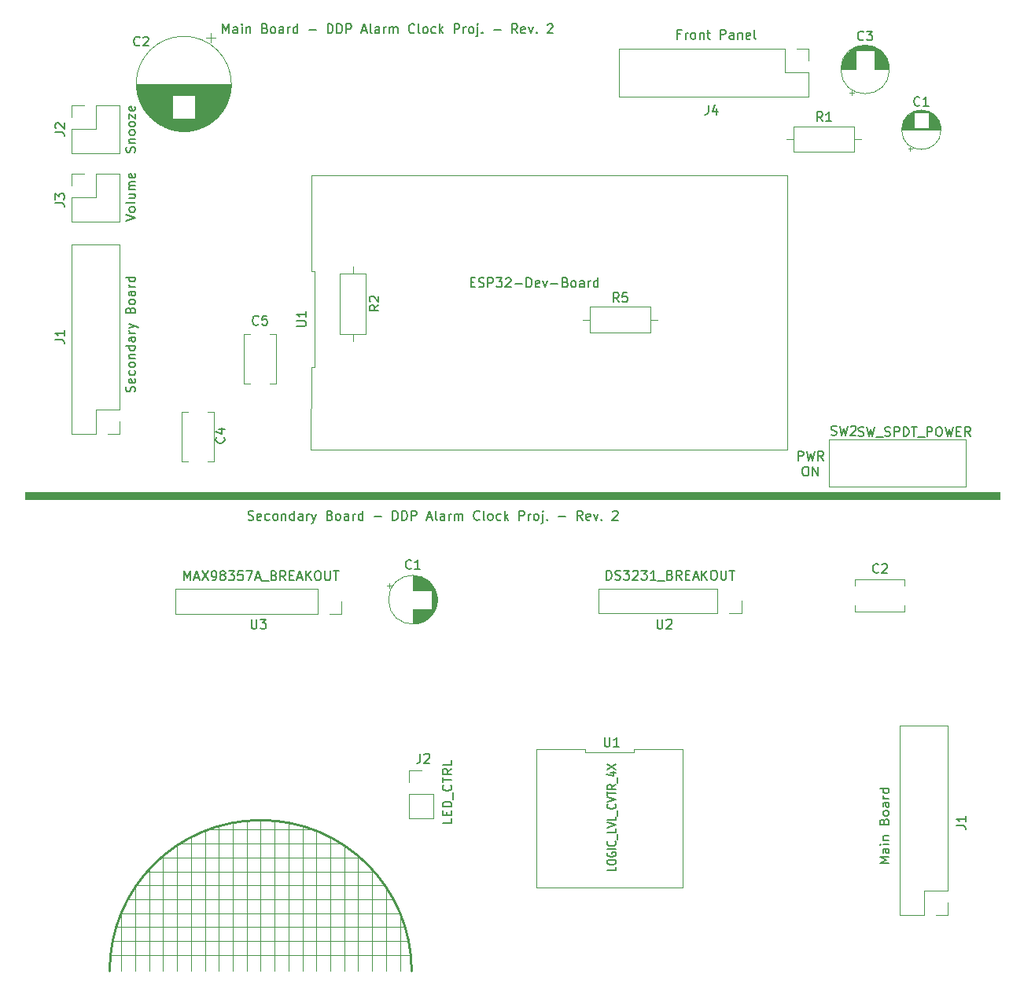
<source format=gbr>
G04 #@! TF.GenerationSoftware,KiCad,Pcbnew,(5.1.5)-3*
G04 #@! TF.CreationDate,2020-05-02T21:00:29-04:00*
G04 #@! TF.ProjectId,CombinedPnl_pcb-r2,436f6d62-696e-4656-9450-6e6c5f706362,rev?*
G04 #@! TF.SameCoordinates,Original*
G04 #@! TF.FileFunction,Legend,Top*
G04 #@! TF.FilePolarity,Positive*
%FSLAX46Y46*%
G04 Gerber Fmt 4.6, Leading zero omitted, Abs format (unit mm)*
G04 Created by KiCad (PCBNEW (5.1.5)-3) date 2020-05-02 21:00:29*
%MOMM*%
%LPD*%
G04 APERTURE LIST*
%ADD10C,0.150000*%
%ADD11C,0.120000*%
%ADD12C,0.100000*%
%ADD13C,0.250000*%
G04 APERTURE END LIST*
D10*
X174942666Y-85987380D02*
X174942666Y-84987380D01*
X175323619Y-84987380D01*
X175418857Y-85035000D01*
X175466476Y-85082619D01*
X175514095Y-85177857D01*
X175514095Y-85320714D01*
X175466476Y-85415952D01*
X175418857Y-85463571D01*
X175323619Y-85511190D01*
X174942666Y-85511190D01*
X175847428Y-84987380D02*
X176085523Y-85987380D01*
X176276000Y-85273095D01*
X176466476Y-85987380D01*
X176704571Y-84987380D01*
X177656952Y-85987380D02*
X177323619Y-85511190D01*
X177085523Y-85987380D02*
X177085523Y-84987380D01*
X177466476Y-84987380D01*
X177561714Y-85035000D01*
X177609333Y-85082619D01*
X177656952Y-85177857D01*
X177656952Y-85320714D01*
X177609333Y-85415952D01*
X177561714Y-85463571D01*
X177466476Y-85511190D01*
X177085523Y-85511190D01*
X175656952Y-86637380D02*
X175847428Y-86637380D01*
X175942666Y-86685000D01*
X176037904Y-86780238D01*
X176085523Y-86970714D01*
X176085523Y-87304047D01*
X176037904Y-87494523D01*
X175942666Y-87589761D01*
X175847428Y-87637380D01*
X175656952Y-87637380D01*
X175561714Y-87589761D01*
X175466476Y-87494523D01*
X175418857Y-87304047D01*
X175418857Y-86970714D01*
X175466476Y-86780238D01*
X175561714Y-86685000D01*
X175656952Y-86637380D01*
X176514095Y-87637380D02*
X176514095Y-86637380D01*
X177085523Y-87637380D01*
X177085523Y-86637380D01*
D11*
X102078000Y-134747000D02*
X102078000Y-140970000D01*
X103578000Y-131953000D02*
X103578000Y-140970000D01*
X105078000Y-130048000D02*
X105078000Y-140970000D01*
X106578000Y-128651000D02*
X106578000Y-140970000D01*
X108078000Y-127508000D02*
X108078000Y-140970000D01*
X109578000Y-126619000D02*
X109578000Y-140970000D01*
X111078000Y-125857000D02*
X111078000Y-140970000D01*
X112578000Y-125349000D02*
X112578000Y-140970000D01*
X114078000Y-124968000D02*
X114078000Y-140970000D01*
X115578000Y-124714000D02*
X115578000Y-140970000D01*
X132078000Y-134620000D02*
X132078000Y-140970000D01*
X130578000Y-131953000D02*
X130578000Y-140970000D01*
X129078000Y-130048000D02*
X129078000Y-140970000D01*
X127578000Y-128524000D02*
X127578000Y-140970000D01*
X126078000Y-127508000D02*
X126078000Y-140970000D01*
X124571000Y-126619000D02*
X124578000Y-140970000D01*
X123078000Y-125857000D02*
X123078000Y-140970000D01*
X121578000Y-125349000D02*
X121578000Y-140970000D01*
X120078000Y-124968000D02*
X120078000Y-140970000D01*
X118578000Y-124714000D02*
X118578000Y-140970000D01*
X100949000Y-139230000D02*
X133207000Y-139230000D01*
X101203000Y-137730000D02*
X132953000Y-137730000D01*
X101584000Y-136230000D02*
X132572000Y-136230000D01*
X102092000Y-134730000D02*
X132064000Y-134730000D01*
X102854000Y-133230000D02*
X131302000Y-133230000D01*
X103616000Y-131730000D02*
X130540000Y-131730000D01*
X104886000Y-130302000D02*
X129270000Y-130302000D01*
X106410000Y-128730000D02*
X127746000Y-128730000D01*
X108442000Y-127230000D02*
X125714000Y-127230000D01*
X111490000Y-125730000D02*
X122666000Y-125730000D01*
X117078000Y-124714000D02*
X117078000Y-140970000D01*
D12*
G36*
X196596000Y-90170000D02*
G01*
X91694000Y-90170000D01*
X91694000Y-89408000D01*
X196596000Y-89408000D01*
X196596000Y-90170000D01*
G37*
X196596000Y-90170000D02*
X91694000Y-90170000D01*
X91694000Y-89408000D01*
X196596000Y-89408000D01*
X196596000Y-90170000D01*
D10*
X113011904Y-39952380D02*
X113011904Y-38952380D01*
X113345238Y-39666666D01*
X113678571Y-38952380D01*
X113678571Y-39952380D01*
X114583333Y-39952380D02*
X114583333Y-39428571D01*
X114535714Y-39333333D01*
X114440476Y-39285714D01*
X114250000Y-39285714D01*
X114154761Y-39333333D01*
X114583333Y-39904761D02*
X114488095Y-39952380D01*
X114250000Y-39952380D01*
X114154761Y-39904761D01*
X114107142Y-39809523D01*
X114107142Y-39714285D01*
X114154761Y-39619047D01*
X114250000Y-39571428D01*
X114488095Y-39571428D01*
X114583333Y-39523809D01*
X115059523Y-39952380D02*
X115059523Y-39285714D01*
X115059523Y-38952380D02*
X115011904Y-39000000D01*
X115059523Y-39047619D01*
X115107142Y-39000000D01*
X115059523Y-38952380D01*
X115059523Y-39047619D01*
X115535714Y-39285714D02*
X115535714Y-39952380D01*
X115535714Y-39380952D02*
X115583333Y-39333333D01*
X115678571Y-39285714D01*
X115821428Y-39285714D01*
X115916666Y-39333333D01*
X115964285Y-39428571D01*
X115964285Y-39952380D01*
X117535714Y-39428571D02*
X117678571Y-39476190D01*
X117726190Y-39523809D01*
X117773809Y-39619047D01*
X117773809Y-39761904D01*
X117726190Y-39857142D01*
X117678571Y-39904761D01*
X117583333Y-39952380D01*
X117202380Y-39952380D01*
X117202380Y-38952380D01*
X117535714Y-38952380D01*
X117630952Y-39000000D01*
X117678571Y-39047619D01*
X117726190Y-39142857D01*
X117726190Y-39238095D01*
X117678571Y-39333333D01*
X117630952Y-39380952D01*
X117535714Y-39428571D01*
X117202380Y-39428571D01*
X118345238Y-39952380D02*
X118250000Y-39904761D01*
X118202380Y-39857142D01*
X118154761Y-39761904D01*
X118154761Y-39476190D01*
X118202380Y-39380952D01*
X118250000Y-39333333D01*
X118345238Y-39285714D01*
X118488095Y-39285714D01*
X118583333Y-39333333D01*
X118630952Y-39380952D01*
X118678571Y-39476190D01*
X118678571Y-39761904D01*
X118630952Y-39857142D01*
X118583333Y-39904761D01*
X118488095Y-39952380D01*
X118345238Y-39952380D01*
X119535714Y-39952380D02*
X119535714Y-39428571D01*
X119488095Y-39333333D01*
X119392857Y-39285714D01*
X119202380Y-39285714D01*
X119107142Y-39333333D01*
X119535714Y-39904761D02*
X119440476Y-39952380D01*
X119202380Y-39952380D01*
X119107142Y-39904761D01*
X119059523Y-39809523D01*
X119059523Y-39714285D01*
X119107142Y-39619047D01*
X119202380Y-39571428D01*
X119440476Y-39571428D01*
X119535714Y-39523809D01*
X120011904Y-39952380D02*
X120011904Y-39285714D01*
X120011904Y-39476190D02*
X120059523Y-39380952D01*
X120107142Y-39333333D01*
X120202380Y-39285714D01*
X120297619Y-39285714D01*
X121059523Y-39952380D02*
X121059523Y-38952380D01*
X121059523Y-39904761D02*
X120964285Y-39952380D01*
X120773809Y-39952380D01*
X120678571Y-39904761D01*
X120630952Y-39857142D01*
X120583333Y-39761904D01*
X120583333Y-39476190D01*
X120630952Y-39380952D01*
X120678571Y-39333333D01*
X120773809Y-39285714D01*
X120964285Y-39285714D01*
X121059523Y-39333333D01*
X122297619Y-39571428D02*
X123059523Y-39571428D01*
X124297619Y-39952380D02*
X124297619Y-38952380D01*
X124535714Y-38952380D01*
X124678571Y-39000000D01*
X124773809Y-39095238D01*
X124821428Y-39190476D01*
X124869047Y-39380952D01*
X124869047Y-39523809D01*
X124821428Y-39714285D01*
X124773809Y-39809523D01*
X124678571Y-39904761D01*
X124535714Y-39952380D01*
X124297619Y-39952380D01*
X125297619Y-39952380D02*
X125297619Y-38952380D01*
X125535714Y-38952380D01*
X125678571Y-39000000D01*
X125773809Y-39095238D01*
X125821428Y-39190476D01*
X125869047Y-39380952D01*
X125869047Y-39523809D01*
X125821428Y-39714285D01*
X125773809Y-39809523D01*
X125678571Y-39904761D01*
X125535714Y-39952380D01*
X125297619Y-39952380D01*
X126297619Y-39952380D02*
X126297619Y-38952380D01*
X126678571Y-38952380D01*
X126773809Y-39000000D01*
X126821428Y-39047619D01*
X126869047Y-39142857D01*
X126869047Y-39285714D01*
X126821428Y-39380952D01*
X126773809Y-39428571D01*
X126678571Y-39476190D01*
X126297619Y-39476190D01*
X128011904Y-39666666D02*
X128488095Y-39666666D01*
X127916666Y-39952380D02*
X128250000Y-38952380D01*
X128583333Y-39952380D01*
X129059523Y-39952380D02*
X128964285Y-39904761D01*
X128916666Y-39809523D01*
X128916666Y-38952380D01*
X129869047Y-39952380D02*
X129869047Y-39428571D01*
X129821428Y-39333333D01*
X129726190Y-39285714D01*
X129535714Y-39285714D01*
X129440476Y-39333333D01*
X129869047Y-39904761D02*
X129773809Y-39952380D01*
X129535714Y-39952380D01*
X129440476Y-39904761D01*
X129392857Y-39809523D01*
X129392857Y-39714285D01*
X129440476Y-39619047D01*
X129535714Y-39571428D01*
X129773809Y-39571428D01*
X129869047Y-39523809D01*
X130345238Y-39952380D02*
X130345238Y-39285714D01*
X130345238Y-39476190D02*
X130392857Y-39380952D01*
X130440476Y-39333333D01*
X130535714Y-39285714D01*
X130630952Y-39285714D01*
X130964285Y-39952380D02*
X130964285Y-39285714D01*
X130964285Y-39380952D02*
X131011904Y-39333333D01*
X131107142Y-39285714D01*
X131250000Y-39285714D01*
X131345238Y-39333333D01*
X131392857Y-39428571D01*
X131392857Y-39952380D01*
X131392857Y-39428571D02*
X131440476Y-39333333D01*
X131535714Y-39285714D01*
X131678571Y-39285714D01*
X131773809Y-39333333D01*
X131821428Y-39428571D01*
X131821428Y-39952380D01*
X133630952Y-39857142D02*
X133583333Y-39904761D01*
X133440476Y-39952380D01*
X133345238Y-39952380D01*
X133202380Y-39904761D01*
X133107142Y-39809523D01*
X133059523Y-39714285D01*
X133011904Y-39523809D01*
X133011904Y-39380952D01*
X133059523Y-39190476D01*
X133107142Y-39095238D01*
X133202380Y-39000000D01*
X133345238Y-38952380D01*
X133440476Y-38952380D01*
X133583333Y-39000000D01*
X133630952Y-39047619D01*
X134202380Y-39952380D02*
X134107142Y-39904761D01*
X134059523Y-39809523D01*
X134059523Y-38952380D01*
X134726190Y-39952380D02*
X134630952Y-39904761D01*
X134583333Y-39857142D01*
X134535714Y-39761904D01*
X134535714Y-39476190D01*
X134583333Y-39380952D01*
X134630952Y-39333333D01*
X134726190Y-39285714D01*
X134869047Y-39285714D01*
X134964285Y-39333333D01*
X135011904Y-39380952D01*
X135059523Y-39476190D01*
X135059523Y-39761904D01*
X135011904Y-39857142D01*
X134964285Y-39904761D01*
X134869047Y-39952380D01*
X134726190Y-39952380D01*
X135916666Y-39904761D02*
X135821428Y-39952380D01*
X135630952Y-39952380D01*
X135535714Y-39904761D01*
X135488095Y-39857142D01*
X135440476Y-39761904D01*
X135440476Y-39476190D01*
X135488095Y-39380952D01*
X135535714Y-39333333D01*
X135630952Y-39285714D01*
X135821428Y-39285714D01*
X135916666Y-39333333D01*
X136345238Y-39952380D02*
X136345238Y-38952380D01*
X136440476Y-39571428D02*
X136726190Y-39952380D01*
X136726190Y-39285714D02*
X136345238Y-39666666D01*
X137916666Y-39952380D02*
X137916666Y-38952380D01*
X138297619Y-38952380D01*
X138392857Y-39000000D01*
X138440476Y-39047619D01*
X138488095Y-39142857D01*
X138488095Y-39285714D01*
X138440476Y-39380952D01*
X138392857Y-39428571D01*
X138297619Y-39476190D01*
X137916666Y-39476190D01*
X138916666Y-39952380D02*
X138916666Y-39285714D01*
X138916666Y-39476190D02*
X138964285Y-39380952D01*
X139011904Y-39333333D01*
X139107142Y-39285714D01*
X139202380Y-39285714D01*
X139678571Y-39952380D02*
X139583333Y-39904761D01*
X139535714Y-39857142D01*
X139488095Y-39761904D01*
X139488095Y-39476190D01*
X139535714Y-39380952D01*
X139583333Y-39333333D01*
X139678571Y-39285714D01*
X139821428Y-39285714D01*
X139916666Y-39333333D01*
X139964285Y-39380952D01*
X140011904Y-39476190D01*
X140011904Y-39761904D01*
X139964285Y-39857142D01*
X139916666Y-39904761D01*
X139821428Y-39952380D01*
X139678571Y-39952380D01*
X140440476Y-39285714D02*
X140440476Y-40142857D01*
X140392857Y-40238095D01*
X140297619Y-40285714D01*
X140250000Y-40285714D01*
X140440476Y-38952380D02*
X140392857Y-39000000D01*
X140440476Y-39047619D01*
X140488095Y-39000000D01*
X140440476Y-38952380D01*
X140440476Y-39047619D01*
X140916666Y-39857142D02*
X140964285Y-39904761D01*
X140916666Y-39952380D01*
X140869047Y-39904761D01*
X140916666Y-39857142D01*
X140916666Y-39952380D01*
X142154761Y-39571428D02*
X142916666Y-39571428D01*
X144726190Y-39952380D02*
X144392857Y-39476190D01*
X144154761Y-39952380D02*
X144154761Y-38952380D01*
X144535714Y-38952380D01*
X144630952Y-39000000D01*
X144678571Y-39047619D01*
X144726190Y-39142857D01*
X144726190Y-39285714D01*
X144678571Y-39380952D01*
X144630952Y-39428571D01*
X144535714Y-39476190D01*
X144154761Y-39476190D01*
X145535714Y-39904761D02*
X145440476Y-39952380D01*
X145250000Y-39952380D01*
X145154761Y-39904761D01*
X145107142Y-39809523D01*
X145107142Y-39428571D01*
X145154761Y-39333333D01*
X145250000Y-39285714D01*
X145440476Y-39285714D01*
X145535714Y-39333333D01*
X145583333Y-39428571D01*
X145583333Y-39523809D01*
X145107142Y-39619047D01*
X145916666Y-39285714D02*
X146154761Y-39952380D01*
X146392857Y-39285714D01*
X146773809Y-39857142D02*
X146821428Y-39904761D01*
X146773809Y-39952380D01*
X146726190Y-39904761D01*
X146773809Y-39857142D01*
X146773809Y-39952380D01*
X147964285Y-39047619D02*
X148011904Y-39000000D01*
X148107142Y-38952380D01*
X148345238Y-38952380D01*
X148440476Y-39000000D01*
X148488095Y-39047619D01*
X148535714Y-39142857D01*
X148535714Y-39238095D01*
X148488095Y-39380952D01*
X147916666Y-39952380D01*
X148535714Y-39952380D01*
X115731238Y-92352761D02*
X115874095Y-92400380D01*
X116112190Y-92400380D01*
X116207428Y-92352761D01*
X116255047Y-92305142D01*
X116302666Y-92209904D01*
X116302666Y-92114666D01*
X116255047Y-92019428D01*
X116207428Y-91971809D01*
X116112190Y-91924190D01*
X115921714Y-91876571D01*
X115826476Y-91828952D01*
X115778857Y-91781333D01*
X115731238Y-91686095D01*
X115731238Y-91590857D01*
X115778857Y-91495619D01*
X115826476Y-91448000D01*
X115921714Y-91400380D01*
X116159809Y-91400380D01*
X116302666Y-91448000D01*
X117112190Y-92352761D02*
X117016952Y-92400380D01*
X116826476Y-92400380D01*
X116731238Y-92352761D01*
X116683619Y-92257523D01*
X116683619Y-91876571D01*
X116731238Y-91781333D01*
X116826476Y-91733714D01*
X117016952Y-91733714D01*
X117112190Y-91781333D01*
X117159809Y-91876571D01*
X117159809Y-91971809D01*
X116683619Y-92067047D01*
X118016952Y-92352761D02*
X117921714Y-92400380D01*
X117731238Y-92400380D01*
X117636000Y-92352761D01*
X117588380Y-92305142D01*
X117540761Y-92209904D01*
X117540761Y-91924190D01*
X117588380Y-91828952D01*
X117636000Y-91781333D01*
X117731238Y-91733714D01*
X117921714Y-91733714D01*
X118016952Y-91781333D01*
X118588380Y-92400380D02*
X118493142Y-92352761D01*
X118445523Y-92305142D01*
X118397904Y-92209904D01*
X118397904Y-91924190D01*
X118445523Y-91828952D01*
X118493142Y-91781333D01*
X118588380Y-91733714D01*
X118731238Y-91733714D01*
X118826476Y-91781333D01*
X118874095Y-91828952D01*
X118921714Y-91924190D01*
X118921714Y-92209904D01*
X118874095Y-92305142D01*
X118826476Y-92352761D01*
X118731238Y-92400380D01*
X118588380Y-92400380D01*
X119350285Y-91733714D02*
X119350285Y-92400380D01*
X119350285Y-91828952D02*
X119397904Y-91781333D01*
X119493142Y-91733714D01*
X119636000Y-91733714D01*
X119731238Y-91781333D01*
X119778857Y-91876571D01*
X119778857Y-92400380D01*
X120683619Y-92400380D02*
X120683619Y-91400380D01*
X120683619Y-92352761D02*
X120588380Y-92400380D01*
X120397904Y-92400380D01*
X120302666Y-92352761D01*
X120255047Y-92305142D01*
X120207428Y-92209904D01*
X120207428Y-91924190D01*
X120255047Y-91828952D01*
X120302666Y-91781333D01*
X120397904Y-91733714D01*
X120588380Y-91733714D01*
X120683619Y-91781333D01*
X121588380Y-92400380D02*
X121588380Y-91876571D01*
X121540761Y-91781333D01*
X121445523Y-91733714D01*
X121255047Y-91733714D01*
X121159809Y-91781333D01*
X121588380Y-92352761D02*
X121493142Y-92400380D01*
X121255047Y-92400380D01*
X121159809Y-92352761D01*
X121112190Y-92257523D01*
X121112190Y-92162285D01*
X121159809Y-92067047D01*
X121255047Y-92019428D01*
X121493142Y-92019428D01*
X121588380Y-91971809D01*
X122064571Y-92400380D02*
X122064571Y-91733714D01*
X122064571Y-91924190D02*
X122112190Y-91828952D01*
X122159809Y-91781333D01*
X122255047Y-91733714D01*
X122350285Y-91733714D01*
X122588380Y-91733714D02*
X122826476Y-92400380D01*
X123064571Y-91733714D02*
X122826476Y-92400380D01*
X122731238Y-92638476D01*
X122683619Y-92686095D01*
X122588380Y-92733714D01*
X124540761Y-91876571D02*
X124683619Y-91924190D01*
X124731238Y-91971809D01*
X124778857Y-92067047D01*
X124778857Y-92209904D01*
X124731238Y-92305142D01*
X124683619Y-92352761D01*
X124588380Y-92400380D01*
X124207428Y-92400380D01*
X124207428Y-91400380D01*
X124540761Y-91400380D01*
X124636000Y-91448000D01*
X124683619Y-91495619D01*
X124731238Y-91590857D01*
X124731238Y-91686095D01*
X124683619Y-91781333D01*
X124636000Y-91828952D01*
X124540761Y-91876571D01*
X124207428Y-91876571D01*
X125350285Y-92400380D02*
X125255047Y-92352761D01*
X125207428Y-92305142D01*
X125159809Y-92209904D01*
X125159809Y-91924190D01*
X125207428Y-91828952D01*
X125255047Y-91781333D01*
X125350285Y-91733714D01*
X125493142Y-91733714D01*
X125588380Y-91781333D01*
X125636000Y-91828952D01*
X125683619Y-91924190D01*
X125683619Y-92209904D01*
X125636000Y-92305142D01*
X125588380Y-92352761D01*
X125493142Y-92400380D01*
X125350285Y-92400380D01*
X126540761Y-92400380D02*
X126540761Y-91876571D01*
X126493142Y-91781333D01*
X126397904Y-91733714D01*
X126207428Y-91733714D01*
X126112190Y-91781333D01*
X126540761Y-92352761D02*
X126445523Y-92400380D01*
X126207428Y-92400380D01*
X126112190Y-92352761D01*
X126064571Y-92257523D01*
X126064571Y-92162285D01*
X126112190Y-92067047D01*
X126207428Y-92019428D01*
X126445523Y-92019428D01*
X126540761Y-91971809D01*
X127016952Y-92400380D02*
X127016952Y-91733714D01*
X127016952Y-91924190D02*
X127064571Y-91828952D01*
X127112190Y-91781333D01*
X127207428Y-91733714D01*
X127302666Y-91733714D01*
X128064571Y-92400380D02*
X128064571Y-91400380D01*
X128064571Y-92352761D02*
X127969333Y-92400380D01*
X127778857Y-92400380D01*
X127683619Y-92352761D01*
X127636000Y-92305142D01*
X127588380Y-92209904D01*
X127588380Y-91924190D01*
X127636000Y-91828952D01*
X127683619Y-91781333D01*
X127778857Y-91733714D01*
X127969333Y-91733714D01*
X128064571Y-91781333D01*
X129302666Y-92019428D02*
X130064571Y-92019428D01*
X131302666Y-92400380D02*
X131302666Y-91400380D01*
X131540761Y-91400380D01*
X131683619Y-91448000D01*
X131778857Y-91543238D01*
X131826476Y-91638476D01*
X131874095Y-91828952D01*
X131874095Y-91971809D01*
X131826476Y-92162285D01*
X131778857Y-92257523D01*
X131683619Y-92352761D01*
X131540761Y-92400380D01*
X131302666Y-92400380D01*
X132302666Y-92400380D02*
X132302666Y-91400380D01*
X132540761Y-91400380D01*
X132683619Y-91448000D01*
X132778857Y-91543238D01*
X132826476Y-91638476D01*
X132874095Y-91828952D01*
X132874095Y-91971809D01*
X132826476Y-92162285D01*
X132778857Y-92257523D01*
X132683619Y-92352761D01*
X132540761Y-92400380D01*
X132302666Y-92400380D01*
X133302666Y-92400380D02*
X133302666Y-91400380D01*
X133683619Y-91400380D01*
X133778857Y-91448000D01*
X133826476Y-91495619D01*
X133874095Y-91590857D01*
X133874095Y-91733714D01*
X133826476Y-91828952D01*
X133778857Y-91876571D01*
X133683619Y-91924190D01*
X133302666Y-91924190D01*
X135016952Y-92114666D02*
X135493142Y-92114666D01*
X134921714Y-92400380D02*
X135255047Y-91400380D01*
X135588380Y-92400380D01*
X136064571Y-92400380D02*
X135969333Y-92352761D01*
X135921714Y-92257523D01*
X135921714Y-91400380D01*
X136874095Y-92400380D02*
X136874095Y-91876571D01*
X136826476Y-91781333D01*
X136731238Y-91733714D01*
X136540761Y-91733714D01*
X136445523Y-91781333D01*
X136874095Y-92352761D02*
X136778857Y-92400380D01*
X136540761Y-92400380D01*
X136445523Y-92352761D01*
X136397904Y-92257523D01*
X136397904Y-92162285D01*
X136445523Y-92067047D01*
X136540761Y-92019428D01*
X136778857Y-92019428D01*
X136874095Y-91971809D01*
X137350285Y-92400380D02*
X137350285Y-91733714D01*
X137350285Y-91924190D02*
X137397904Y-91828952D01*
X137445523Y-91781333D01*
X137540761Y-91733714D01*
X137636000Y-91733714D01*
X137969333Y-92400380D02*
X137969333Y-91733714D01*
X137969333Y-91828952D02*
X138016952Y-91781333D01*
X138112190Y-91733714D01*
X138255047Y-91733714D01*
X138350285Y-91781333D01*
X138397904Y-91876571D01*
X138397904Y-92400380D01*
X138397904Y-91876571D02*
X138445523Y-91781333D01*
X138540761Y-91733714D01*
X138683619Y-91733714D01*
X138778857Y-91781333D01*
X138826476Y-91876571D01*
X138826476Y-92400380D01*
X140636000Y-92305142D02*
X140588380Y-92352761D01*
X140445523Y-92400380D01*
X140350285Y-92400380D01*
X140207428Y-92352761D01*
X140112190Y-92257523D01*
X140064571Y-92162285D01*
X140016952Y-91971809D01*
X140016952Y-91828952D01*
X140064571Y-91638476D01*
X140112190Y-91543238D01*
X140207428Y-91448000D01*
X140350285Y-91400380D01*
X140445523Y-91400380D01*
X140588380Y-91448000D01*
X140636000Y-91495619D01*
X141207428Y-92400380D02*
X141112190Y-92352761D01*
X141064571Y-92257523D01*
X141064571Y-91400380D01*
X141731238Y-92400380D02*
X141636000Y-92352761D01*
X141588380Y-92305142D01*
X141540761Y-92209904D01*
X141540761Y-91924190D01*
X141588380Y-91828952D01*
X141636000Y-91781333D01*
X141731238Y-91733714D01*
X141874095Y-91733714D01*
X141969333Y-91781333D01*
X142016952Y-91828952D01*
X142064571Y-91924190D01*
X142064571Y-92209904D01*
X142016952Y-92305142D01*
X141969333Y-92352761D01*
X141874095Y-92400380D01*
X141731238Y-92400380D01*
X142921714Y-92352761D02*
X142826476Y-92400380D01*
X142636000Y-92400380D01*
X142540761Y-92352761D01*
X142493142Y-92305142D01*
X142445523Y-92209904D01*
X142445523Y-91924190D01*
X142493142Y-91828952D01*
X142540761Y-91781333D01*
X142636000Y-91733714D01*
X142826476Y-91733714D01*
X142921714Y-91781333D01*
X143350285Y-92400380D02*
X143350285Y-91400380D01*
X143445523Y-92019428D02*
X143731238Y-92400380D01*
X143731238Y-91733714D02*
X143350285Y-92114666D01*
X144921714Y-92400380D02*
X144921714Y-91400380D01*
X145302666Y-91400380D01*
X145397904Y-91448000D01*
X145445523Y-91495619D01*
X145493142Y-91590857D01*
X145493142Y-91733714D01*
X145445523Y-91828952D01*
X145397904Y-91876571D01*
X145302666Y-91924190D01*
X144921714Y-91924190D01*
X145921714Y-92400380D02*
X145921714Y-91733714D01*
X145921714Y-91924190D02*
X145969333Y-91828952D01*
X146016952Y-91781333D01*
X146112190Y-91733714D01*
X146207428Y-91733714D01*
X146683619Y-92400380D02*
X146588380Y-92352761D01*
X146540761Y-92305142D01*
X146493142Y-92209904D01*
X146493142Y-91924190D01*
X146540761Y-91828952D01*
X146588380Y-91781333D01*
X146683619Y-91733714D01*
X146826476Y-91733714D01*
X146921714Y-91781333D01*
X146969333Y-91828952D01*
X147016952Y-91924190D01*
X147016952Y-92209904D01*
X146969333Y-92305142D01*
X146921714Y-92352761D01*
X146826476Y-92400380D01*
X146683619Y-92400380D01*
X147445523Y-91733714D02*
X147445523Y-92590857D01*
X147397904Y-92686095D01*
X147302666Y-92733714D01*
X147255047Y-92733714D01*
X147445523Y-91400380D02*
X147397904Y-91448000D01*
X147445523Y-91495619D01*
X147493142Y-91448000D01*
X147445523Y-91400380D01*
X147445523Y-91495619D01*
X147921714Y-92305142D02*
X147969333Y-92352761D01*
X147921714Y-92400380D01*
X147874095Y-92352761D01*
X147921714Y-92305142D01*
X147921714Y-92400380D01*
X149159809Y-92019428D02*
X149921714Y-92019428D01*
X151731238Y-92400380D02*
X151397904Y-91924190D01*
X151159809Y-92400380D02*
X151159809Y-91400380D01*
X151540761Y-91400380D01*
X151636000Y-91448000D01*
X151683619Y-91495619D01*
X151731238Y-91590857D01*
X151731238Y-91733714D01*
X151683619Y-91828952D01*
X151636000Y-91876571D01*
X151540761Y-91924190D01*
X151159809Y-91924190D01*
X152540761Y-92352761D02*
X152445523Y-92400380D01*
X152255047Y-92400380D01*
X152159809Y-92352761D01*
X152112190Y-92257523D01*
X152112190Y-91876571D01*
X152159809Y-91781333D01*
X152255047Y-91733714D01*
X152445523Y-91733714D01*
X152540761Y-91781333D01*
X152588380Y-91876571D01*
X152588380Y-91971809D01*
X152112190Y-92067047D01*
X152921714Y-91733714D02*
X153159809Y-92400380D01*
X153397904Y-91733714D01*
X153778857Y-92305142D02*
X153826476Y-92352761D01*
X153778857Y-92400380D01*
X153731238Y-92352761D01*
X153778857Y-92305142D01*
X153778857Y-92400380D01*
X154969333Y-91495619D02*
X155016952Y-91448000D01*
X155112190Y-91400380D01*
X155350285Y-91400380D01*
X155445523Y-91448000D01*
X155493142Y-91495619D01*
X155540761Y-91590857D01*
X155540761Y-91686095D01*
X155493142Y-91828952D01*
X154921714Y-92400380D01*
X155540761Y-92400380D01*
D13*
X100822000Y-140970000D02*
G75*
G02X133334000Y-140970000I16256000J0D01*
G01*
D11*
X125790000Y-101139001D02*
X125790000Y-102469001D01*
X125790000Y-102469001D02*
X124460000Y-102469001D01*
X123190000Y-102469001D02*
X107890000Y-102469001D01*
X107890000Y-99809001D02*
X107890000Y-102469001D01*
X123190000Y-99809001D02*
X107890000Y-99809001D01*
X123190000Y-99809001D02*
X123190000Y-102469001D01*
X168843000Y-101092000D02*
X168843000Y-102422000D01*
X168843000Y-102422000D02*
X167513000Y-102422000D01*
X166243000Y-102422000D02*
X153483000Y-102422000D01*
X153483000Y-99762000D02*
X153483000Y-102422000D01*
X166243000Y-99762000D02*
X153483000Y-99762000D01*
X166243000Y-99762000D02*
X166243000Y-102422000D01*
X101914000Y-83118000D02*
X100584000Y-83118000D01*
X101914000Y-81788000D02*
X101914000Y-83118000D01*
X99314000Y-83118000D02*
X96714000Y-83118000D01*
X99314000Y-80518000D02*
X99314000Y-83118000D01*
X101914000Y-80518000D02*
X99314000Y-80518000D01*
X96714000Y-83118000D02*
X96714000Y-62678000D01*
X101914000Y-80518000D02*
X101914000Y-62678000D01*
X101914000Y-62678000D02*
X96714000Y-62678000D01*
X122496000Y-84844000D02*
X173780000Y-84820000D01*
X173780000Y-84820000D02*
X173780000Y-55270001D01*
X173780000Y-55270001D02*
X122520000Y-55270000D01*
X122520000Y-55270000D02*
X122520000Y-65583334D01*
X122520000Y-65583334D02*
X122880000Y-65583334D01*
X122880000Y-65583334D02*
X122880000Y-75896666D01*
X122880000Y-75896666D02*
X122520000Y-75896666D01*
X122520000Y-75896666D02*
X122496000Y-84844000D01*
X178250000Y-83670000D02*
X178250000Y-88750000D01*
X178250000Y-88750000D02*
X192982000Y-88750000D01*
X192982000Y-88750000D02*
X192982000Y-83670000D01*
X192982000Y-83670000D02*
X178250000Y-83670000D01*
X125630000Y-72358000D02*
X128370000Y-72358000D01*
X128370000Y-72358000D02*
X128370000Y-65818000D01*
X128370000Y-65818000D02*
X125630000Y-65818000D01*
X125630000Y-65818000D02*
X125630000Y-72358000D01*
X127000000Y-73128000D02*
X127000000Y-72358000D01*
X127000000Y-65048000D02*
X127000000Y-65818000D01*
X96714000Y-47692000D02*
X98044000Y-47692000D01*
X96714000Y-49022000D02*
X96714000Y-47692000D01*
X99314000Y-47692000D02*
X101914000Y-47692000D01*
X99314000Y-50292000D02*
X99314000Y-47692000D01*
X96714000Y-50292000D02*
X99314000Y-50292000D01*
X101914000Y-47692000D02*
X101914000Y-52892000D01*
X96714000Y-50292000D02*
X96714000Y-52892000D01*
X96714000Y-52892000D02*
X101914000Y-52892000D01*
X112175000Y-40420354D02*
X111175000Y-40420354D01*
X111675000Y-39920354D02*
X111675000Y-40920354D01*
X109399000Y-50481000D02*
X108201000Y-50481000D01*
X109662000Y-50441000D02*
X107938000Y-50441000D01*
X109862000Y-50401000D02*
X107738000Y-50401000D01*
X110030000Y-50361000D02*
X107570000Y-50361000D01*
X110178000Y-50321000D02*
X107422000Y-50321000D01*
X110310000Y-50281000D02*
X107290000Y-50281000D01*
X110430000Y-50241000D02*
X107170000Y-50241000D01*
X110542000Y-50201000D02*
X107058000Y-50201000D01*
X110646000Y-50161000D02*
X106954000Y-50161000D01*
X110744000Y-50121000D02*
X106856000Y-50121000D01*
X110837000Y-50081000D02*
X106763000Y-50081000D01*
X110925000Y-50041000D02*
X106675000Y-50041000D01*
X111009000Y-50001000D02*
X106591000Y-50001000D01*
X111089000Y-49961000D02*
X106511000Y-49961000D01*
X111165000Y-49921000D02*
X106435000Y-49921000D01*
X111239000Y-49881000D02*
X106361000Y-49881000D01*
X111310000Y-49841000D02*
X106290000Y-49841000D01*
X111379000Y-49801000D02*
X106221000Y-49801000D01*
X111445000Y-49761000D02*
X106155000Y-49761000D01*
X111509000Y-49721000D02*
X106091000Y-49721000D01*
X111570000Y-49681000D02*
X106030000Y-49681000D01*
X111630000Y-49641000D02*
X105970000Y-49641000D01*
X111689000Y-49601000D02*
X105911000Y-49601000D01*
X111745000Y-49561000D02*
X105855000Y-49561000D01*
X111800000Y-49521000D02*
X105800000Y-49521000D01*
X111854000Y-49481000D02*
X105746000Y-49481000D01*
X111906000Y-49441000D02*
X105694000Y-49441000D01*
X111956000Y-49401000D02*
X105644000Y-49401000D01*
X112006000Y-49361000D02*
X105594000Y-49361000D01*
X112054000Y-49321000D02*
X105546000Y-49321000D01*
X112101000Y-49281000D02*
X105499000Y-49281000D01*
X112147000Y-49241000D02*
X105453000Y-49241000D01*
X112192000Y-49201000D02*
X105408000Y-49201000D01*
X112236000Y-49161000D02*
X105364000Y-49161000D01*
X107559000Y-49121000D02*
X105322000Y-49121000D01*
X112278000Y-49121000D02*
X110041000Y-49121000D01*
X107559000Y-49081000D02*
X105280000Y-49081000D01*
X112320000Y-49081000D02*
X110041000Y-49081000D01*
X107559000Y-49041000D02*
X105239000Y-49041000D01*
X112361000Y-49041000D02*
X110041000Y-49041000D01*
X107559000Y-49001000D02*
X105199000Y-49001000D01*
X112401000Y-49001000D02*
X110041000Y-49001000D01*
X107559000Y-48961000D02*
X105160000Y-48961000D01*
X112440000Y-48961000D02*
X110041000Y-48961000D01*
X107559000Y-48921000D02*
X105121000Y-48921000D01*
X112479000Y-48921000D02*
X110041000Y-48921000D01*
X107559000Y-48881000D02*
X105084000Y-48881000D01*
X112516000Y-48881000D02*
X110041000Y-48881000D01*
X107559000Y-48841000D02*
X105047000Y-48841000D01*
X112553000Y-48841000D02*
X110041000Y-48841000D01*
X107559000Y-48801000D02*
X105011000Y-48801000D01*
X112589000Y-48801000D02*
X110041000Y-48801000D01*
X107559000Y-48761000D02*
X104976000Y-48761000D01*
X112624000Y-48761000D02*
X110041000Y-48761000D01*
X107559000Y-48721000D02*
X104942000Y-48721000D01*
X112658000Y-48721000D02*
X110041000Y-48721000D01*
X107559000Y-48681000D02*
X104908000Y-48681000D01*
X112692000Y-48681000D02*
X110041000Y-48681000D01*
X107559000Y-48641000D02*
X104875000Y-48641000D01*
X112725000Y-48641000D02*
X110041000Y-48641000D01*
X107559000Y-48601000D02*
X104843000Y-48601000D01*
X112757000Y-48601000D02*
X110041000Y-48601000D01*
X107559000Y-48561000D02*
X104811000Y-48561000D01*
X112789000Y-48561000D02*
X110041000Y-48561000D01*
X107559000Y-48521000D02*
X104780000Y-48521000D01*
X112820000Y-48521000D02*
X110041000Y-48521000D01*
X107559000Y-48481000D02*
X104750000Y-48481000D01*
X112850000Y-48481000D02*
X110041000Y-48481000D01*
X107559000Y-48441000D02*
X104720000Y-48441000D01*
X112880000Y-48441000D02*
X110041000Y-48441000D01*
X107559000Y-48401000D02*
X104690000Y-48401000D01*
X112910000Y-48401000D02*
X110041000Y-48401000D01*
X107559000Y-48361000D02*
X104662000Y-48361000D01*
X112938000Y-48361000D02*
X110041000Y-48361000D01*
X107559000Y-48321000D02*
X104634000Y-48321000D01*
X112966000Y-48321000D02*
X110041000Y-48321000D01*
X107559000Y-48281000D02*
X104606000Y-48281000D01*
X112994000Y-48281000D02*
X110041000Y-48281000D01*
X107559000Y-48241000D02*
X104579000Y-48241000D01*
X113021000Y-48241000D02*
X110041000Y-48241000D01*
X107559000Y-48201000D02*
X104553000Y-48201000D01*
X113047000Y-48201000D02*
X110041000Y-48201000D01*
X107559000Y-48161000D02*
X104527000Y-48161000D01*
X113073000Y-48161000D02*
X110041000Y-48161000D01*
X107559000Y-48121000D02*
X104502000Y-48121000D01*
X113098000Y-48121000D02*
X110041000Y-48121000D01*
X107559000Y-48081000D02*
X104477000Y-48081000D01*
X113123000Y-48081000D02*
X110041000Y-48081000D01*
X107559000Y-48041000D02*
X104453000Y-48041000D01*
X113147000Y-48041000D02*
X110041000Y-48041000D01*
X107559000Y-48001000D02*
X104429000Y-48001000D01*
X113171000Y-48001000D02*
X110041000Y-48001000D01*
X107559000Y-47961000D02*
X104405000Y-47961000D01*
X113195000Y-47961000D02*
X110041000Y-47961000D01*
X107559000Y-47921000D02*
X104383000Y-47921000D01*
X113217000Y-47921000D02*
X110041000Y-47921000D01*
X107559000Y-47881000D02*
X104360000Y-47881000D01*
X113240000Y-47881000D02*
X110041000Y-47881000D01*
X107559000Y-47841000D02*
X104338000Y-47841000D01*
X113262000Y-47841000D02*
X110041000Y-47841000D01*
X107559000Y-47801000D02*
X104317000Y-47801000D01*
X113283000Y-47801000D02*
X110041000Y-47801000D01*
X107559000Y-47761000D02*
X104296000Y-47761000D01*
X113304000Y-47761000D02*
X110041000Y-47761000D01*
X107559000Y-47721000D02*
X104275000Y-47721000D01*
X113325000Y-47721000D02*
X110041000Y-47721000D01*
X107559000Y-47681000D02*
X104255000Y-47681000D01*
X113345000Y-47681000D02*
X110041000Y-47681000D01*
X107559000Y-47641000D02*
X104236000Y-47641000D01*
X113364000Y-47641000D02*
X110041000Y-47641000D01*
X107559000Y-47601000D02*
X104216000Y-47601000D01*
X113384000Y-47601000D02*
X110041000Y-47601000D01*
X107559000Y-47561000D02*
X104197000Y-47561000D01*
X113403000Y-47561000D02*
X110041000Y-47561000D01*
X107559000Y-47521000D02*
X104179000Y-47521000D01*
X113421000Y-47521000D02*
X110041000Y-47521000D01*
X107559000Y-47481000D02*
X104161000Y-47481000D01*
X113439000Y-47481000D02*
X110041000Y-47481000D01*
X107559000Y-47441000D02*
X104143000Y-47441000D01*
X113457000Y-47441000D02*
X110041000Y-47441000D01*
X107559000Y-47401000D02*
X104126000Y-47401000D01*
X113474000Y-47401000D02*
X110041000Y-47401000D01*
X107559000Y-47361000D02*
X104110000Y-47361000D01*
X113490000Y-47361000D02*
X110041000Y-47361000D01*
X107559000Y-47321000D02*
X104093000Y-47321000D01*
X113507000Y-47321000D02*
X110041000Y-47321000D01*
X107559000Y-47281000D02*
X104077000Y-47281000D01*
X113523000Y-47281000D02*
X110041000Y-47281000D01*
X107559000Y-47241000D02*
X104062000Y-47241000D01*
X113538000Y-47241000D02*
X110041000Y-47241000D01*
X107559000Y-47201000D02*
X104046000Y-47201000D01*
X113554000Y-47201000D02*
X110041000Y-47201000D01*
X107559000Y-47161000D02*
X104032000Y-47161000D01*
X113568000Y-47161000D02*
X110041000Y-47161000D01*
X107559000Y-47121000D02*
X104017000Y-47121000D01*
X113583000Y-47121000D02*
X110041000Y-47121000D01*
X107559000Y-47081000D02*
X104003000Y-47081000D01*
X113597000Y-47081000D02*
X110041000Y-47081000D01*
X107559000Y-47041000D02*
X103989000Y-47041000D01*
X113611000Y-47041000D02*
X110041000Y-47041000D01*
X107559000Y-47001000D02*
X103976000Y-47001000D01*
X113624000Y-47001000D02*
X110041000Y-47001000D01*
X107559000Y-46961000D02*
X103963000Y-46961000D01*
X113637000Y-46961000D02*
X110041000Y-46961000D01*
X107559000Y-46921000D02*
X103950000Y-46921000D01*
X113650000Y-46921000D02*
X110041000Y-46921000D01*
X107559000Y-46881000D02*
X103938000Y-46881000D01*
X113662000Y-46881000D02*
X110041000Y-46881000D01*
X107559000Y-46841000D02*
X103926000Y-46841000D01*
X113674000Y-46841000D02*
X110041000Y-46841000D01*
X107559000Y-46801000D02*
X103915000Y-46801000D01*
X113685000Y-46801000D02*
X110041000Y-46801000D01*
X107559000Y-46761000D02*
X103903000Y-46761000D01*
X113697000Y-46761000D02*
X110041000Y-46761000D01*
X107559000Y-46721000D02*
X103893000Y-46721000D01*
X113707000Y-46721000D02*
X110041000Y-46721000D01*
X107559000Y-46681000D02*
X103882000Y-46681000D01*
X113718000Y-46681000D02*
X110041000Y-46681000D01*
X113728000Y-46641000D02*
X103872000Y-46641000D01*
X113738000Y-46601000D02*
X103862000Y-46601000D01*
X113747000Y-46561000D02*
X103853000Y-46561000D01*
X113756000Y-46521000D02*
X103844000Y-46521000D01*
X113765000Y-46481000D02*
X103835000Y-46481000D01*
X113774000Y-46441000D02*
X103826000Y-46441000D01*
X113782000Y-46401000D02*
X103818000Y-46401000D01*
X113790000Y-46361000D02*
X103810000Y-46361000D01*
X113797000Y-46321000D02*
X103803000Y-46321000D01*
X113804000Y-46281000D02*
X103796000Y-46281000D01*
X113811000Y-46241000D02*
X103789000Y-46241000D01*
X113818000Y-46201000D02*
X103782000Y-46201000D01*
X113824000Y-46161000D02*
X103776000Y-46161000D01*
X113830000Y-46121000D02*
X103770000Y-46121000D01*
X113835000Y-46080000D02*
X103765000Y-46080000D01*
X113840000Y-46040000D02*
X103760000Y-46040000D01*
X113845000Y-46000000D02*
X103755000Y-46000000D01*
X113850000Y-45960000D02*
X103750000Y-45960000D01*
X113854000Y-45920000D02*
X103746000Y-45920000D01*
X113858000Y-45880000D02*
X103742000Y-45880000D01*
X113862000Y-45840000D02*
X103738000Y-45840000D01*
X113865000Y-45800000D02*
X103735000Y-45800000D01*
X113868000Y-45760000D02*
X103732000Y-45760000D01*
X113870000Y-45720000D02*
X103730000Y-45720000D01*
X113873000Y-45680000D02*
X103727000Y-45680000D01*
X113875000Y-45640000D02*
X103725000Y-45640000D01*
X113877000Y-45600000D02*
X103723000Y-45600000D01*
X113878000Y-45560000D02*
X103722000Y-45560000D01*
X113879000Y-45520000D02*
X103721000Y-45520000D01*
X113880000Y-45480000D02*
X103720000Y-45480000D01*
X113880000Y-45440000D02*
X103720000Y-45440000D01*
X113880000Y-45400000D02*
X103720000Y-45400000D01*
X113920000Y-45400000D02*
G75*
G03X113920000Y-45400000I-5120000J0D01*
G01*
X155642000Y-41596000D02*
X155642000Y-46796000D01*
X173482000Y-41596000D02*
X155642000Y-41596000D01*
X176082000Y-46796000D02*
X155642000Y-46796000D01*
X173482000Y-41596000D02*
X173482000Y-44196000D01*
X173482000Y-44196000D02*
X176082000Y-44196000D01*
X176082000Y-44196000D02*
X176082000Y-46796000D01*
X174752000Y-41596000D02*
X176082000Y-41596000D01*
X176082000Y-41596000D02*
X176082000Y-42926000D01*
X96714000Y-60258000D02*
X101914000Y-60258000D01*
X96714000Y-57658000D02*
X96714000Y-60258000D01*
X101914000Y-55058000D02*
X101914000Y-60258000D01*
X96714000Y-57658000D02*
X99314000Y-57658000D01*
X99314000Y-57658000D02*
X99314000Y-55058000D01*
X99314000Y-55058000D02*
X101914000Y-55058000D01*
X96714000Y-56388000D02*
X96714000Y-55058000D01*
X96714000Y-55058000D02*
X98044000Y-55058000D01*
X181770000Y-51350000D02*
X181000000Y-51350000D01*
X173690000Y-51350000D02*
X174460000Y-51350000D01*
X181000000Y-49980000D02*
X174460000Y-49980000D01*
X181000000Y-52720000D02*
X181000000Y-49980000D01*
X174460000Y-52720000D02*
X181000000Y-52720000D01*
X174460000Y-49980000D02*
X174460000Y-52720000D01*
X186805000Y-52419801D02*
X187205000Y-52419801D01*
X187005000Y-52619801D02*
X187005000Y-52219801D01*
X187830000Y-48269000D02*
X188570000Y-48269000D01*
X187663000Y-48309000D02*
X188737000Y-48309000D01*
X187536000Y-48349000D02*
X188864000Y-48349000D01*
X187432000Y-48389000D02*
X188968000Y-48389000D01*
X187341000Y-48429000D02*
X189059000Y-48429000D01*
X187260000Y-48469000D02*
X189140000Y-48469000D01*
X187187000Y-48509000D02*
X189213000Y-48509000D01*
X189040000Y-48549000D02*
X189280000Y-48549000D01*
X187120000Y-48549000D02*
X187360000Y-48549000D01*
X189040000Y-48589000D02*
X189342000Y-48589000D01*
X187058000Y-48589000D02*
X187360000Y-48589000D01*
X189040000Y-48629000D02*
X189400000Y-48629000D01*
X187000000Y-48629000D02*
X187360000Y-48629000D01*
X189040000Y-48669000D02*
X189454000Y-48669000D01*
X186946000Y-48669000D02*
X187360000Y-48669000D01*
X189040000Y-48709000D02*
X189504000Y-48709000D01*
X186896000Y-48709000D02*
X187360000Y-48709000D01*
X189040000Y-48749000D02*
X189551000Y-48749000D01*
X186849000Y-48749000D02*
X187360000Y-48749000D01*
X189040000Y-48789000D02*
X189596000Y-48789000D01*
X186804000Y-48789000D02*
X187360000Y-48789000D01*
X189040000Y-48829000D02*
X189638000Y-48829000D01*
X186762000Y-48829000D02*
X187360000Y-48829000D01*
X189040000Y-48869000D02*
X189678000Y-48869000D01*
X186722000Y-48869000D02*
X187360000Y-48869000D01*
X189040000Y-48909000D02*
X189716000Y-48909000D01*
X186684000Y-48909000D02*
X187360000Y-48909000D01*
X189040000Y-48949000D02*
X189752000Y-48949000D01*
X186648000Y-48949000D02*
X187360000Y-48949000D01*
X189040000Y-48989000D02*
X189787000Y-48989000D01*
X186613000Y-48989000D02*
X187360000Y-48989000D01*
X189040000Y-49029000D02*
X189819000Y-49029000D01*
X186581000Y-49029000D02*
X187360000Y-49029000D01*
X189040000Y-49069000D02*
X189850000Y-49069000D01*
X186550000Y-49069000D02*
X187360000Y-49069000D01*
X189040000Y-49109000D02*
X189880000Y-49109000D01*
X186520000Y-49109000D02*
X187360000Y-49109000D01*
X189040000Y-49149000D02*
X189908000Y-49149000D01*
X186492000Y-49149000D02*
X187360000Y-49149000D01*
X189040000Y-49189000D02*
X189935000Y-49189000D01*
X186465000Y-49189000D02*
X187360000Y-49189000D01*
X189040000Y-49229000D02*
X189960000Y-49229000D01*
X186440000Y-49229000D02*
X187360000Y-49229000D01*
X189040000Y-49269000D02*
X189985000Y-49269000D01*
X186415000Y-49269000D02*
X187360000Y-49269000D01*
X189040000Y-49309000D02*
X190008000Y-49309000D01*
X186392000Y-49309000D02*
X187360000Y-49309000D01*
X189040000Y-49349000D02*
X190030000Y-49349000D01*
X186370000Y-49349000D02*
X187360000Y-49349000D01*
X189040000Y-49389000D02*
X190051000Y-49389000D01*
X186349000Y-49389000D02*
X187360000Y-49389000D01*
X189040000Y-49429000D02*
X190070000Y-49429000D01*
X186330000Y-49429000D02*
X187360000Y-49429000D01*
X189040000Y-49469000D02*
X190089000Y-49469000D01*
X186311000Y-49469000D02*
X187360000Y-49469000D01*
X189040000Y-49509000D02*
X190107000Y-49509000D01*
X186293000Y-49509000D02*
X187360000Y-49509000D01*
X189040000Y-49549000D02*
X190124000Y-49549000D01*
X186276000Y-49549000D02*
X187360000Y-49549000D01*
X189040000Y-49589000D02*
X190140000Y-49589000D01*
X186260000Y-49589000D02*
X187360000Y-49589000D01*
X189040000Y-49629000D02*
X190154000Y-49629000D01*
X186246000Y-49629000D02*
X187360000Y-49629000D01*
X189040000Y-49670000D02*
X190168000Y-49670000D01*
X186232000Y-49670000D02*
X187360000Y-49670000D01*
X189040000Y-49710000D02*
X190182000Y-49710000D01*
X186218000Y-49710000D02*
X187360000Y-49710000D01*
X189040000Y-49750000D02*
X190194000Y-49750000D01*
X186206000Y-49750000D02*
X187360000Y-49750000D01*
X189040000Y-49790000D02*
X190205000Y-49790000D01*
X186195000Y-49790000D02*
X187360000Y-49790000D01*
X189040000Y-49830000D02*
X190216000Y-49830000D01*
X186184000Y-49830000D02*
X187360000Y-49830000D01*
X189040000Y-49870000D02*
X190225000Y-49870000D01*
X186175000Y-49870000D02*
X187360000Y-49870000D01*
X189040000Y-49910000D02*
X190234000Y-49910000D01*
X186166000Y-49910000D02*
X187360000Y-49910000D01*
X189040000Y-49950000D02*
X190242000Y-49950000D01*
X186158000Y-49950000D02*
X187360000Y-49950000D01*
X189040000Y-49990000D02*
X190250000Y-49990000D01*
X186150000Y-49990000D02*
X187360000Y-49990000D01*
X189040000Y-50030000D02*
X190256000Y-50030000D01*
X186144000Y-50030000D02*
X187360000Y-50030000D01*
X189040000Y-50070000D02*
X190262000Y-50070000D01*
X186138000Y-50070000D02*
X187360000Y-50070000D01*
X189040000Y-50110000D02*
X190267000Y-50110000D01*
X186133000Y-50110000D02*
X187360000Y-50110000D01*
X189040000Y-50150000D02*
X190271000Y-50150000D01*
X186129000Y-50150000D02*
X187360000Y-50150000D01*
X186126000Y-50190000D02*
X190274000Y-50190000D01*
X186123000Y-50230000D02*
X190277000Y-50230000D01*
X186121000Y-50270000D02*
X190279000Y-50270000D01*
X186120000Y-50310000D02*
X190280000Y-50310000D01*
X186120000Y-50350000D02*
X190280000Y-50350000D01*
X190320000Y-50350000D02*
G75*
G03X190320000Y-50350000I-2120000J0D01*
G01*
X151730000Y-70800000D02*
X152500000Y-70800000D01*
X159810000Y-70800000D02*
X159040000Y-70800000D01*
X152500000Y-72170000D02*
X159040000Y-72170000D01*
X152500000Y-69430000D02*
X152500000Y-72170000D01*
X159040000Y-69430000D02*
X152500000Y-69430000D01*
X159040000Y-72170000D02*
X159040000Y-69430000D01*
X180425000Y-46404775D02*
X180925000Y-46404775D01*
X180675000Y-46654775D02*
X180675000Y-46154775D01*
X181866000Y-41249000D02*
X182434000Y-41249000D01*
X181632000Y-41289000D02*
X182668000Y-41289000D01*
X181473000Y-41329000D02*
X182827000Y-41329000D01*
X181345000Y-41369000D02*
X182955000Y-41369000D01*
X181235000Y-41409000D02*
X183065000Y-41409000D01*
X181139000Y-41449000D02*
X183161000Y-41449000D01*
X181052000Y-41489000D02*
X183248000Y-41489000D01*
X180972000Y-41529000D02*
X183328000Y-41529000D01*
X180899000Y-41569000D02*
X183401000Y-41569000D01*
X180831000Y-41609000D02*
X183469000Y-41609000D01*
X180767000Y-41649000D02*
X183533000Y-41649000D01*
X180707000Y-41689000D02*
X183593000Y-41689000D01*
X180650000Y-41729000D02*
X183650000Y-41729000D01*
X180596000Y-41769000D02*
X183704000Y-41769000D01*
X180545000Y-41809000D02*
X183755000Y-41809000D01*
X183190000Y-41849000D02*
X183803000Y-41849000D01*
X180497000Y-41849000D02*
X181110000Y-41849000D01*
X183190000Y-41889000D02*
X183849000Y-41889000D01*
X180451000Y-41889000D02*
X181110000Y-41889000D01*
X183190000Y-41929000D02*
X183893000Y-41929000D01*
X180407000Y-41929000D02*
X181110000Y-41929000D01*
X183190000Y-41969000D02*
X183935000Y-41969000D01*
X180365000Y-41969000D02*
X181110000Y-41969000D01*
X183190000Y-42009000D02*
X183976000Y-42009000D01*
X180324000Y-42009000D02*
X181110000Y-42009000D01*
X183190000Y-42049000D02*
X184014000Y-42049000D01*
X180286000Y-42049000D02*
X181110000Y-42049000D01*
X183190000Y-42089000D02*
X184051000Y-42089000D01*
X180249000Y-42089000D02*
X181110000Y-42089000D01*
X183190000Y-42129000D02*
X184087000Y-42129000D01*
X180213000Y-42129000D02*
X181110000Y-42129000D01*
X183190000Y-42169000D02*
X184121000Y-42169000D01*
X180179000Y-42169000D02*
X181110000Y-42169000D01*
X183190000Y-42209000D02*
X184154000Y-42209000D01*
X180146000Y-42209000D02*
X181110000Y-42209000D01*
X183190000Y-42249000D02*
X184185000Y-42249000D01*
X180115000Y-42249000D02*
X181110000Y-42249000D01*
X183190000Y-42289000D02*
X184215000Y-42289000D01*
X180085000Y-42289000D02*
X181110000Y-42289000D01*
X183190000Y-42329000D02*
X184245000Y-42329000D01*
X180055000Y-42329000D02*
X181110000Y-42329000D01*
X183190000Y-42369000D02*
X184272000Y-42369000D01*
X180028000Y-42369000D02*
X181110000Y-42369000D01*
X183190000Y-42409000D02*
X184299000Y-42409000D01*
X180001000Y-42409000D02*
X181110000Y-42409000D01*
X183190000Y-42449000D02*
X184325000Y-42449000D01*
X179975000Y-42449000D02*
X181110000Y-42449000D01*
X183190000Y-42489000D02*
X184350000Y-42489000D01*
X179950000Y-42489000D02*
X181110000Y-42489000D01*
X183190000Y-42529000D02*
X184374000Y-42529000D01*
X179926000Y-42529000D02*
X181110000Y-42529000D01*
X183190000Y-42569000D02*
X184397000Y-42569000D01*
X179903000Y-42569000D02*
X181110000Y-42569000D01*
X183190000Y-42609000D02*
X184418000Y-42609000D01*
X179882000Y-42609000D02*
X181110000Y-42609000D01*
X183190000Y-42649000D02*
X184440000Y-42649000D01*
X179860000Y-42649000D02*
X181110000Y-42649000D01*
X183190000Y-42689000D02*
X184460000Y-42689000D01*
X179840000Y-42689000D02*
X181110000Y-42689000D01*
X183190000Y-42729000D02*
X184479000Y-42729000D01*
X179821000Y-42729000D02*
X181110000Y-42729000D01*
X183190000Y-42769000D02*
X184498000Y-42769000D01*
X179802000Y-42769000D02*
X181110000Y-42769000D01*
X183190000Y-42809000D02*
X184515000Y-42809000D01*
X179785000Y-42809000D02*
X181110000Y-42809000D01*
X183190000Y-42849000D02*
X184532000Y-42849000D01*
X179768000Y-42849000D02*
X181110000Y-42849000D01*
X183190000Y-42889000D02*
X184548000Y-42889000D01*
X179752000Y-42889000D02*
X181110000Y-42889000D01*
X183190000Y-42929000D02*
X184564000Y-42929000D01*
X179736000Y-42929000D02*
X181110000Y-42929000D01*
X183190000Y-42969000D02*
X184578000Y-42969000D01*
X179722000Y-42969000D02*
X181110000Y-42969000D01*
X183190000Y-43009000D02*
X184592000Y-43009000D01*
X179708000Y-43009000D02*
X181110000Y-43009000D01*
X183190000Y-43049000D02*
X184605000Y-43049000D01*
X179695000Y-43049000D02*
X181110000Y-43049000D01*
X183190000Y-43089000D02*
X184618000Y-43089000D01*
X179682000Y-43089000D02*
X181110000Y-43089000D01*
X183190000Y-43129000D02*
X184630000Y-43129000D01*
X179670000Y-43129000D02*
X181110000Y-43129000D01*
X183190000Y-43170000D02*
X184641000Y-43170000D01*
X179659000Y-43170000D02*
X181110000Y-43170000D01*
X183190000Y-43210000D02*
X184651000Y-43210000D01*
X179649000Y-43210000D02*
X181110000Y-43210000D01*
X183190000Y-43250000D02*
X184661000Y-43250000D01*
X179639000Y-43250000D02*
X181110000Y-43250000D01*
X183190000Y-43290000D02*
X184670000Y-43290000D01*
X179630000Y-43290000D02*
X181110000Y-43290000D01*
X183190000Y-43330000D02*
X184678000Y-43330000D01*
X179622000Y-43330000D02*
X181110000Y-43330000D01*
X183190000Y-43370000D02*
X184686000Y-43370000D01*
X179614000Y-43370000D02*
X181110000Y-43370000D01*
X183190000Y-43410000D02*
X184693000Y-43410000D01*
X179607000Y-43410000D02*
X181110000Y-43410000D01*
X183190000Y-43450000D02*
X184700000Y-43450000D01*
X179600000Y-43450000D02*
X181110000Y-43450000D01*
X183190000Y-43490000D02*
X184706000Y-43490000D01*
X179594000Y-43490000D02*
X181110000Y-43490000D01*
X183190000Y-43530000D02*
X184711000Y-43530000D01*
X179589000Y-43530000D02*
X181110000Y-43530000D01*
X183190000Y-43570000D02*
X184715000Y-43570000D01*
X179585000Y-43570000D02*
X181110000Y-43570000D01*
X183190000Y-43610000D02*
X184719000Y-43610000D01*
X179581000Y-43610000D02*
X181110000Y-43610000D01*
X183190000Y-43650000D02*
X184723000Y-43650000D01*
X179577000Y-43650000D02*
X181110000Y-43650000D01*
X183190000Y-43690000D02*
X184726000Y-43690000D01*
X179574000Y-43690000D02*
X181110000Y-43690000D01*
X183190000Y-43730000D02*
X184728000Y-43730000D01*
X179572000Y-43730000D02*
X181110000Y-43730000D01*
X183190000Y-43770000D02*
X184729000Y-43770000D01*
X179571000Y-43770000D02*
X181110000Y-43770000D01*
X179570000Y-43810000D02*
X181110000Y-43810000D01*
X183190000Y-43810000D02*
X184730000Y-43810000D01*
X179570000Y-43850000D02*
X181110000Y-43850000D01*
X183190000Y-43850000D02*
X184730000Y-43850000D01*
X184770000Y-43850000D02*
G75*
G03X184770000Y-43850000I-2620000J0D01*
G01*
X133036000Y-119320000D02*
X134366000Y-119320000D01*
X133036000Y-120650000D02*
X133036000Y-119320000D01*
X133036000Y-121920000D02*
X135696000Y-121920000D01*
X135696000Y-121920000D02*
X135696000Y-124520000D01*
X133036000Y-121920000D02*
X133036000Y-124520000D01*
X133036000Y-124520000D02*
X135696000Y-124520000D01*
X191068000Y-114494000D02*
X185868000Y-114494000D01*
X191068000Y-132334000D02*
X191068000Y-114494000D01*
X185868000Y-134934000D02*
X185868000Y-114494000D01*
X191068000Y-132334000D02*
X188468000Y-132334000D01*
X188468000Y-132334000D02*
X188468000Y-134934000D01*
X188468000Y-134934000D02*
X185868000Y-134934000D01*
X191068000Y-133604000D02*
X191068000Y-134934000D01*
X191068000Y-134934000D02*
X189738000Y-134934000D01*
X152003334Y-117030000D02*
X146770000Y-117030000D01*
X152003334Y-117390000D02*
X152003334Y-117030000D01*
X157236666Y-117390000D02*
X152003334Y-117390000D01*
X157236666Y-117030000D02*
X157236666Y-117390000D01*
X162470000Y-117030001D02*
X157236666Y-117030000D01*
X162470000Y-131930000D02*
X162470000Y-117030001D01*
X146770000Y-131929999D02*
X162470000Y-131930000D01*
X146770000Y-117030000D02*
X146770000Y-131929999D01*
X130906225Y-99240000D02*
X130906225Y-99740000D01*
X130656225Y-99490000D02*
X131156225Y-99490000D01*
X136062000Y-100681000D02*
X136062000Y-101249000D01*
X136022000Y-100447000D02*
X136022000Y-101483000D01*
X135982000Y-100288000D02*
X135982000Y-101642000D01*
X135942000Y-100160000D02*
X135942000Y-101770000D01*
X135902000Y-100050000D02*
X135902000Y-101880000D01*
X135862000Y-99954000D02*
X135862000Y-101976000D01*
X135822000Y-99867000D02*
X135822000Y-102063000D01*
X135782000Y-99787000D02*
X135782000Y-102143000D01*
X135742000Y-99714000D02*
X135742000Y-102216000D01*
X135702000Y-99646000D02*
X135702000Y-102284000D01*
X135662000Y-99582000D02*
X135662000Y-102348000D01*
X135622000Y-99522000D02*
X135622000Y-102408000D01*
X135582000Y-99465000D02*
X135582000Y-102465000D01*
X135542000Y-99411000D02*
X135542000Y-102519000D01*
X135502000Y-99360000D02*
X135502000Y-102570000D01*
X135462000Y-102005000D02*
X135462000Y-102618000D01*
X135462000Y-99312000D02*
X135462000Y-99925000D01*
X135422000Y-102005000D02*
X135422000Y-102664000D01*
X135422000Y-99266000D02*
X135422000Y-99925000D01*
X135382000Y-102005000D02*
X135382000Y-102708000D01*
X135382000Y-99222000D02*
X135382000Y-99925000D01*
X135342000Y-102005000D02*
X135342000Y-102750000D01*
X135342000Y-99180000D02*
X135342000Y-99925000D01*
X135302000Y-102005000D02*
X135302000Y-102791000D01*
X135302000Y-99139000D02*
X135302000Y-99925000D01*
X135262000Y-102005000D02*
X135262000Y-102829000D01*
X135262000Y-99101000D02*
X135262000Y-99925000D01*
X135222000Y-102005000D02*
X135222000Y-102866000D01*
X135222000Y-99064000D02*
X135222000Y-99925000D01*
X135182000Y-102005000D02*
X135182000Y-102902000D01*
X135182000Y-99028000D02*
X135182000Y-99925000D01*
X135142000Y-102005000D02*
X135142000Y-102936000D01*
X135142000Y-98994000D02*
X135142000Y-99925000D01*
X135102000Y-102005000D02*
X135102000Y-102969000D01*
X135102000Y-98961000D02*
X135102000Y-99925000D01*
X135062000Y-102005000D02*
X135062000Y-103000000D01*
X135062000Y-98930000D02*
X135062000Y-99925000D01*
X135022000Y-102005000D02*
X135022000Y-103030000D01*
X135022000Y-98900000D02*
X135022000Y-99925000D01*
X134982000Y-102005000D02*
X134982000Y-103060000D01*
X134982000Y-98870000D02*
X134982000Y-99925000D01*
X134942000Y-102005000D02*
X134942000Y-103087000D01*
X134942000Y-98843000D02*
X134942000Y-99925000D01*
X134902000Y-102005000D02*
X134902000Y-103114000D01*
X134902000Y-98816000D02*
X134902000Y-99925000D01*
X134862000Y-102005000D02*
X134862000Y-103140000D01*
X134862000Y-98790000D02*
X134862000Y-99925000D01*
X134822000Y-102005000D02*
X134822000Y-103165000D01*
X134822000Y-98765000D02*
X134822000Y-99925000D01*
X134782000Y-102005000D02*
X134782000Y-103189000D01*
X134782000Y-98741000D02*
X134782000Y-99925000D01*
X134742000Y-102005000D02*
X134742000Y-103212000D01*
X134742000Y-98718000D02*
X134742000Y-99925000D01*
X134702000Y-102005000D02*
X134702000Y-103233000D01*
X134702000Y-98697000D02*
X134702000Y-99925000D01*
X134662000Y-102005000D02*
X134662000Y-103255000D01*
X134662000Y-98675000D02*
X134662000Y-99925000D01*
X134622000Y-102005000D02*
X134622000Y-103275000D01*
X134622000Y-98655000D02*
X134622000Y-99925000D01*
X134582000Y-102005000D02*
X134582000Y-103294000D01*
X134582000Y-98636000D02*
X134582000Y-99925000D01*
X134542000Y-102005000D02*
X134542000Y-103313000D01*
X134542000Y-98617000D02*
X134542000Y-99925000D01*
X134502000Y-102005000D02*
X134502000Y-103330000D01*
X134502000Y-98600000D02*
X134502000Y-99925000D01*
X134462000Y-102005000D02*
X134462000Y-103347000D01*
X134462000Y-98583000D02*
X134462000Y-99925000D01*
X134422000Y-102005000D02*
X134422000Y-103363000D01*
X134422000Y-98567000D02*
X134422000Y-99925000D01*
X134382000Y-102005000D02*
X134382000Y-103379000D01*
X134382000Y-98551000D02*
X134382000Y-99925000D01*
X134342000Y-102005000D02*
X134342000Y-103393000D01*
X134342000Y-98537000D02*
X134342000Y-99925000D01*
X134302000Y-102005000D02*
X134302000Y-103407000D01*
X134302000Y-98523000D02*
X134302000Y-99925000D01*
X134262000Y-102005000D02*
X134262000Y-103420000D01*
X134262000Y-98510000D02*
X134262000Y-99925000D01*
X134222000Y-102005000D02*
X134222000Y-103433000D01*
X134222000Y-98497000D02*
X134222000Y-99925000D01*
X134182000Y-102005000D02*
X134182000Y-103445000D01*
X134182000Y-98485000D02*
X134182000Y-99925000D01*
X134141000Y-102005000D02*
X134141000Y-103456000D01*
X134141000Y-98474000D02*
X134141000Y-99925000D01*
X134101000Y-102005000D02*
X134101000Y-103466000D01*
X134101000Y-98464000D02*
X134101000Y-99925000D01*
X134061000Y-102005000D02*
X134061000Y-103476000D01*
X134061000Y-98454000D02*
X134061000Y-99925000D01*
X134021000Y-102005000D02*
X134021000Y-103485000D01*
X134021000Y-98445000D02*
X134021000Y-99925000D01*
X133981000Y-102005000D02*
X133981000Y-103493000D01*
X133981000Y-98437000D02*
X133981000Y-99925000D01*
X133941000Y-102005000D02*
X133941000Y-103501000D01*
X133941000Y-98429000D02*
X133941000Y-99925000D01*
X133901000Y-102005000D02*
X133901000Y-103508000D01*
X133901000Y-98422000D02*
X133901000Y-99925000D01*
X133861000Y-102005000D02*
X133861000Y-103515000D01*
X133861000Y-98415000D02*
X133861000Y-99925000D01*
X133821000Y-102005000D02*
X133821000Y-103521000D01*
X133821000Y-98409000D02*
X133821000Y-99925000D01*
X133781000Y-102005000D02*
X133781000Y-103526000D01*
X133781000Y-98404000D02*
X133781000Y-99925000D01*
X133741000Y-102005000D02*
X133741000Y-103530000D01*
X133741000Y-98400000D02*
X133741000Y-99925000D01*
X133701000Y-102005000D02*
X133701000Y-103534000D01*
X133701000Y-98396000D02*
X133701000Y-99925000D01*
X133661000Y-102005000D02*
X133661000Y-103538000D01*
X133661000Y-98392000D02*
X133661000Y-99925000D01*
X133621000Y-102005000D02*
X133621000Y-103541000D01*
X133621000Y-98389000D02*
X133621000Y-99925000D01*
X133581000Y-102005000D02*
X133581000Y-103543000D01*
X133581000Y-98387000D02*
X133581000Y-99925000D01*
X133541000Y-102005000D02*
X133541000Y-103544000D01*
X133541000Y-98386000D02*
X133541000Y-99925000D01*
X133501000Y-98385000D02*
X133501000Y-99925000D01*
X133501000Y-102005000D02*
X133501000Y-103545000D01*
X133461000Y-98385000D02*
X133461000Y-99925000D01*
X133461000Y-102005000D02*
X133461000Y-103545000D01*
X136081000Y-100965000D02*
G75*
G03X136081000Y-100965000I-2620000J0D01*
G01*
X108579000Y-86120000D02*
X108579000Y-80780000D01*
X112021000Y-86120000D02*
X112021000Y-80780000D01*
X108579000Y-86120000D02*
X109245000Y-86120000D01*
X111355000Y-86120000D02*
X112021000Y-86120000D01*
X108579000Y-80780000D02*
X109245000Y-80780000D01*
X111355000Y-80780000D02*
X112021000Y-80780000D01*
X115279000Y-77720000D02*
X115279000Y-72380000D01*
X118721000Y-77720000D02*
X118721000Y-72380000D01*
X115279000Y-77720000D02*
X115945000Y-77720000D01*
X118055000Y-77720000D02*
X118721000Y-77720000D01*
X115279000Y-72380000D02*
X115945000Y-72380000D01*
X118055000Y-72380000D02*
X118721000Y-72380000D01*
X181080000Y-98779000D02*
X186420000Y-98779000D01*
X181080000Y-102221000D02*
X186420000Y-102221000D01*
X181080000Y-98779000D02*
X181080000Y-99445000D01*
X181080000Y-101555000D02*
X181080000Y-102221000D01*
X186420000Y-98779000D02*
X186420000Y-99445000D01*
X186420000Y-101555000D02*
X186420000Y-102221000D01*
D10*
X116078095Y-103084380D02*
X116078095Y-103893904D01*
X116125714Y-103989142D01*
X116173333Y-104036761D01*
X116268571Y-104084380D01*
X116459047Y-104084380D01*
X116554285Y-104036761D01*
X116601904Y-103989142D01*
X116649523Y-103893904D01*
X116649523Y-103084380D01*
X117030476Y-103084380D02*
X117649523Y-103084380D01*
X117316190Y-103465333D01*
X117459047Y-103465333D01*
X117554285Y-103512952D01*
X117601904Y-103560571D01*
X117649523Y-103655809D01*
X117649523Y-103893904D01*
X117601904Y-103989142D01*
X117554285Y-104036761D01*
X117459047Y-104084380D01*
X117173333Y-104084380D01*
X117078095Y-104036761D01*
X117030476Y-103989142D01*
X108855904Y-98877380D02*
X108855904Y-97877380D01*
X109189238Y-98591666D01*
X109522571Y-97877380D01*
X109522571Y-98877380D01*
X109951142Y-98591666D02*
X110427333Y-98591666D01*
X109855904Y-98877380D02*
X110189238Y-97877380D01*
X110522571Y-98877380D01*
X110760666Y-97877380D02*
X111427333Y-98877380D01*
X111427333Y-97877380D02*
X110760666Y-98877380D01*
X111855904Y-98877380D02*
X112046380Y-98877380D01*
X112141619Y-98829761D01*
X112189238Y-98782142D01*
X112284476Y-98639285D01*
X112332095Y-98448809D01*
X112332095Y-98067857D01*
X112284476Y-97972619D01*
X112236857Y-97925000D01*
X112141619Y-97877380D01*
X111951142Y-97877380D01*
X111855904Y-97925000D01*
X111808285Y-97972619D01*
X111760666Y-98067857D01*
X111760666Y-98305952D01*
X111808285Y-98401190D01*
X111855904Y-98448809D01*
X111951142Y-98496428D01*
X112141619Y-98496428D01*
X112236857Y-98448809D01*
X112284476Y-98401190D01*
X112332095Y-98305952D01*
X112903523Y-98305952D02*
X112808285Y-98258333D01*
X112760666Y-98210714D01*
X112713047Y-98115476D01*
X112713047Y-98067857D01*
X112760666Y-97972619D01*
X112808285Y-97925000D01*
X112903523Y-97877380D01*
X113094000Y-97877380D01*
X113189238Y-97925000D01*
X113236857Y-97972619D01*
X113284476Y-98067857D01*
X113284476Y-98115476D01*
X113236857Y-98210714D01*
X113189238Y-98258333D01*
X113094000Y-98305952D01*
X112903523Y-98305952D01*
X112808285Y-98353571D01*
X112760666Y-98401190D01*
X112713047Y-98496428D01*
X112713047Y-98686904D01*
X112760666Y-98782142D01*
X112808285Y-98829761D01*
X112903523Y-98877380D01*
X113094000Y-98877380D01*
X113189238Y-98829761D01*
X113236857Y-98782142D01*
X113284476Y-98686904D01*
X113284476Y-98496428D01*
X113236857Y-98401190D01*
X113189238Y-98353571D01*
X113094000Y-98305952D01*
X113617809Y-97877380D02*
X114236857Y-97877380D01*
X113903523Y-98258333D01*
X114046380Y-98258333D01*
X114141619Y-98305952D01*
X114189238Y-98353571D01*
X114236857Y-98448809D01*
X114236857Y-98686904D01*
X114189238Y-98782142D01*
X114141619Y-98829761D01*
X114046380Y-98877380D01*
X113760666Y-98877380D01*
X113665428Y-98829761D01*
X113617809Y-98782142D01*
X115141619Y-97877380D02*
X114665428Y-97877380D01*
X114617809Y-98353571D01*
X114665428Y-98305952D01*
X114760666Y-98258333D01*
X114998761Y-98258333D01*
X115094000Y-98305952D01*
X115141619Y-98353571D01*
X115189238Y-98448809D01*
X115189238Y-98686904D01*
X115141619Y-98782142D01*
X115094000Y-98829761D01*
X114998761Y-98877380D01*
X114760666Y-98877380D01*
X114665428Y-98829761D01*
X114617809Y-98782142D01*
X115522571Y-97877380D02*
X116189238Y-97877380D01*
X115760666Y-98877380D01*
X116522571Y-98591666D02*
X116998761Y-98591666D01*
X116427333Y-98877380D02*
X116760666Y-97877380D01*
X117094000Y-98877380D01*
X117189238Y-98972619D02*
X117951142Y-98972619D01*
X118522571Y-98353571D02*
X118665428Y-98401190D01*
X118713047Y-98448809D01*
X118760666Y-98544047D01*
X118760666Y-98686904D01*
X118713047Y-98782142D01*
X118665428Y-98829761D01*
X118570190Y-98877380D01*
X118189238Y-98877380D01*
X118189238Y-97877380D01*
X118522571Y-97877380D01*
X118617809Y-97925000D01*
X118665428Y-97972619D01*
X118713047Y-98067857D01*
X118713047Y-98163095D01*
X118665428Y-98258333D01*
X118617809Y-98305952D01*
X118522571Y-98353571D01*
X118189238Y-98353571D01*
X119760666Y-98877380D02*
X119427333Y-98401190D01*
X119189238Y-98877380D02*
X119189238Y-97877380D01*
X119570190Y-97877380D01*
X119665428Y-97925000D01*
X119713047Y-97972619D01*
X119760666Y-98067857D01*
X119760666Y-98210714D01*
X119713047Y-98305952D01*
X119665428Y-98353571D01*
X119570190Y-98401190D01*
X119189238Y-98401190D01*
X120189238Y-98353571D02*
X120522571Y-98353571D01*
X120665428Y-98877380D02*
X120189238Y-98877380D01*
X120189238Y-97877380D01*
X120665428Y-97877380D01*
X121046380Y-98591666D02*
X121522571Y-98591666D01*
X120951142Y-98877380D02*
X121284476Y-97877380D01*
X121617809Y-98877380D01*
X121951142Y-98877380D02*
X121951142Y-97877380D01*
X122522571Y-98877380D02*
X122094000Y-98305952D01*
X122522571Y-97877380D02*
X121951142Y-98448809D01*
X123141619Y-97877380D02*
X123332095Y-97877380D01*
X123427333Y-97925000D01*
X123522571Y-98020238D01*
X123570190Y-98210714D01*
X123570190Y-98544047D01*
X123522571Y-98734523D01*
X123427333Y-98829761D01*
X123332095Y-98877380D01*
X123141619Y-98877380D01*
X123046380Y-98829761D01*
X122951142Y-98734523D01*
X122903523Y-98544047D01*
X122903523Y-98210714D01*
X122951142Y-98020238D01*
X123046380Y-97925000D01*
X123141619Y-97877380D01*
X123998761Y-97877380D02*
X123998761Y-98686904D01*
X124046380Y-98782142D01*
X124094000Y-98829761D01*
X124189238Y-98877380D01*
X124379714Y-98877380D01*
X124474952Y-98829761D01*
X124522571Y-98782142D01*
X124570190Y-98686904D01*
X124570190Y-97877380D01*
X124903523Y-97877380D02*
X125474952Y-97877380D01*
X125189238Y-98877380D02*
X125189238Y-97877380D01*
X159766095Y-103084380D02*
X159766095Y-103893904D01*
X159813714Y-103989142D01*
X159861333Y-104036761D01*
X159956571Y-104084380D01*
X160147047Y-104084380D01*
X160242285Y-104036761D01*
X160289904Y-103989142D01*
X160337523Y-103893904D01*
X160337523Y-103084380D01*
X160766095Y-103179619D02*
X160813714Y-103132000D01*
X160908952Y-103084380D01*
X161147047Y-103084380D01*
X161242285Y-103132000D01*
X161289904Y-103179619D01*
X161337523Y-103274857D01*
X161337523Y-103370095D01*
X161289904Y-103512952D01*
X160718476Y-104084380D01*
X161337523Y-104084380D01*
X154293665Y-98830379D02*
X154293665Y-97830379D01*
X154531760Y-97830379D01*
X154674618Y-97877999D01*
X154769856Y-97973237D01*
X154817475Y-98068475D01*
X154865094Y-98258951D01*
X154865094Y-98401808D01*
X154817475Y-98592284D01*
X154769856Y-98687522D01*
X154674618Y-98782760D01*
X154531760Y-98830379D01*
X154293665Y-98830379D01*
X155246046Y-98782760D02*
X155388903Y-98830379D01*
X155626999Y-98830379D01*
X155722237Y-98782760D01*
X155769856Y-98735141D01*
X155817475Y-98639903D01*
X155817475Y-98544665D01*
X155769856Y-98449427D01*
X155722237Y-98401808D01*
X155626999Y-98354189D01*
X155436522Y-98306570D01*
X155341284Y-98258951D01*
X155293665Y-98211332D01*
X155246046Y-98116094D01*
X155246046Y-98020856D01*
X155293665Y-97925618D01*
X155341284Y-97877999D01*
X155436522Y-97830379D01*
X155674618Y-97830379D01*
X155817475Y-97877999D01*
X156150808Y-97830379D02*
X156769856Y-97830379D01*
X156436522Y-98211332D01*
X156579379Y-98211332D01*
X156674618Y-98258951D01*
X156722237Y-98306570D01*
X156769856Y-98401808D01*
X156769856Y-98639903D01*
X156722237Y-98735141D01*
X156674618Y-98782760D01*
X156579379Y-98830379D01*
X156293665Y-98830379D01*
X156198427Y-98782760D01*
X156150808Y-98735141D01*
X157150808Y-97925618D02*
X157198427Y-97877999D01*
X157293665Y-97830379D01*
X157531760Y-97830379D01*
X157626999Y-97877999D01*
X157674618Y-97925618D01*
X157722237Y-98020856D01*
X157722237Y-98116094D01*
X157674618Y-98258951D01*
X157103189Y-98830379D01*
X157722237Y-98830379D01*
X158055570Y-97830379D02*
X158674618Y-97830379D01*
X158341284Y-98211332D01*
X158484141Y-98211332D01*
X158579379Y-98258951D01*
X158626999Y-98306570D01*
X158674618Y-98401808D01*
X158674618Y-98639903D01*
X158626999Y-98735141D01*
X158579379Y-98782760D01*
X158484141Y-98830379D01*
X158198427Y-98830379D01*
X158103189Y-98782760D01*
X158055570Y-98735141D01*
X159626999Y-98830379D02*
X159055570Y-98830379D01*
X159341284Y-98830379D02*
X159341284Y-97830379D01*
X159246046Y-97973237D01*
X159150808Y-98068475D01*
X159055570Y-98116094D01*
X159817475Y-98925618D02*
X160579379Y-98925618D01*
X161150808Y-98306570D02*
X161293665Y-98354189D01*
X161341284Y-98401808D01*
X161388903Y-98497046D01*
X161388903Y-98639903D01*
X161341284Y-98735141D01*
X161293665Y-98782760D01*
X161198427Y-98830379D01*
X160817475Y-98830379D01*
X160817475Y-97830379D01*
X161150808Y-97830379D01*
X161246046Y-97877999D01*
X161293665Y-97925618D01*
X161341284Y-98020856D01*
X161341284Y-98116094D01*
X161293665Y-98211332D01*
X161246046Y-98258951D01*
X161150808Y-98306570D01*
X160817475Y-98306570D01*
X162388903Y-98830379D02*
X162055570Y-98354189D01*
X161817475Y-98830379D02*
X161817475Y-97830379D01*
X162198427Y-97830379D01*
X162293665Y-97877999D01*
X162341284Y-97925618D01*
X162388903Y-98020856D01*
X162388903Y-98163713D01*
X162341284Y-98258951D01*
X162293665Y-98306570D01*
X162198427Y-98354189D01*
X161817475Y-98354189D01*
X162817475Y-98306570D02*
X163150808Y-98306570D01*
X163293665Y-98830379D02*
X162817475Y-98830379D01*
X162817475Y-97830379D01*
X163293665Y-97830379D01*
X163674618Y-98544665D02*
X164150808Y-98544665D01*
X163579379Y-98830379D02*
X163912713Y-97830379D01*
X164246046Y-98830379D01*
X164579379Y-98830379D02*
X164579379Y-97830379D01*
X165150808Y-98830379D02*
X164722237Y-98258951D01*
X165150808Y-97830379D02*
X164579379Y-98401808D01*
X165769856Y-97830379D02*
X165960332Y-97830379D01*
X166055570Y-97877999D01*
X166150808Y-97973237D01*
X166198427Y-98163713D01*
X166198427Y-98497046D01*
X166150808Y-98687522D01*
X166055570Y-98782760D01*
X165960332Y-98830379D01*
X165769856Y-98830379D01*
X165674618Y-98782760D01*
X165579379Y-98687522D01*
X165531760Y-98497046D01*
X165531760Y-98163713D01*
X165579379Y-97973237D01*
X165674618Y-97877999D01*
X165769856Y-97830379D01*
X166626999Y-97830379D02*
X166626999Y-98639903D01*
X166674618Y-98735141D01*
X166722237Y-98782760D01*
X166817475Y-98830379D01*
X167007951Y-98830379D01*
X167103189Y-98782760D01*
X167150808Y-98735141D01*
X167198427Y-98639903D01*
X167198427Y-97830379D01*
X167531760Y-97830379D02*
X168103189Y-97830379D01*
X167817475Y-98830379D02*
X167817475Y-97830379D01*
X94956380Y-72977333D02*
X95670666Y-72977333D01*
X95813523Y-73024952D01*
X95908761Y-73120190D01*
X95956380Y-73263047D01*
X95956380Y-73358285D01*
X95956380Y-71977333D02*
X95956380Y-72548761D01*
X95956380Y-72263047D02*
X94956380Y-72263047D01*
X95099238Y-72358285D01*
X95194476Y-72453523D01*
X95242095Y-72548761D01*
X103528761Y-78580476D02*
X103576380Y-78437619D01*
X103576380Y-78199523D01*
X103528761Y-78104285D01*
X103481142Y-78056666D01*
X103385904Y-78009047D01*
X103290666Y-78009047D01*
X103195428Y-78056666D01*
X103147809Y-78104285D01*
X103100190Y-78199523D01*
X103052571Y-78390000D01*
X103004952Y-78485238D01*
X102957333Y-78532857D01*
X102862095Y-78580476D01*
X102766857Y-78580476D01*
X102671619Y-78532857D01*
X102624000Y-78485238D01*
X102576380Y-78390000D01*
X102576380Y-78151904D01*
X102624000Y-78009047D01*
X103528761Y-77199523D02*
X103576380Y-77294761D01*
X103576380Y-77485238D01*
X103528761Y-77580476D01*
X103433523Y-77628095D01*
X103052571Y-77628095D01*
X102957333Y-77580476D01*
X102909714Y-77485238D01*
X102909714Y-77294761D01*
X102957333Y-77199523D01*
X103052571Y-77151904D01*
X103147809Y-77151904D01*
X103243047Y-77628095D01*
X103528761Y-76294761D02*
X103576380Y-76390000D01*
X103576380Y-76580476D01*
X103528761Y-76675714D01*
X103481142Y-76723333D01*
X103385904Y-76770952D01*
X103100190Y-76770952D01*
X103004952Y-76723333D01*
X102957333Y-76675714D01*
X102909714Y-76580476D01*
X102909714Y-76390000D01*
X102957333Y-76294761D01*
X103576380Y-75723333D02*
X103528761Y-75818571D01*
X103481142Y-75866190D01*
X103385904Y-75913809D01*
X103100190Y-75913809D01*
X103004952Y-75866190D01*
X102957333Y-75818571D01*
X102909714Y-75723333D01*
X102909714Y-75580476D01*
X102957333Y-75485238D01*
X103004952Y-75437619D01*
X103100190Y-75390000D01*
X103385904Y-75390000D01*
X103481142Y-75437619D01*
X103528761Y-75485238D01*
X103576380Y-75580476D01*
X103576380Y-75723333D01*
X102909714Y-74961428D02*
X103576380Y-74961428D01*
X103004952Y-74961428D02*
X102957333Y-74913809D01*
X102909714Y-74818571D01*
X102909714Y-74675714D01*
X102957333Y-74580476D01*
X103052571Y-74532857D01*
X103576380Y-74532857D01*
X103576380Y-73628095D02*
X102576380Y-73628095D01*
X103528761Y-73628095D02*
X103576380Y-73723333D01*
X103576380Y-73913809D01*
X103528761Y-74009047D01*
X103481142Y-74056666D01*
X103385904Y-74104285D01*
X103100190Y-74104285D01*
X103004952Y-74056666D01*
X102957333Y-74009047D01*
X102909714Y-73913809D01*
X102909714Y-73723333D01*
X102957333Y-73628095D01*
X103576380Y-72723333D02*
X103052571Y-72723333D01*
X102957333Y-72770952D01*
X102909714Y-72866190D01*
X102909714Y-73056666D01*
X102957333Y-73151904D01*
X103528761Y-72723333D02*
X103576380Y-72818571D01*
X103576380Y-73056666D01*
X103528761Y-73151904D01*
X103433523Y-73199523D01*
X103338285Y-73199523D01*
X103243047Y-73151904D01*
X103195428Y-73056666D01*
X103195428Y-72818571D01*
X103147809Y-72723333D01*
X103576380Y-72247142D02*
X102909714Y-72247142D01*
X103100190Y-72247142D02*
X103004952Y-72199523D01*
X102957333Y-72151904D01*
X102909714Y-72056666D01*
X102909714Y-71961428D01*
X102909714Y-71723333D02*
X103576380Y-71485238D01*
X102909714Y-71247142D02*
X103576380Y-71485238D01*
X103814476Y-71580476D01*
X103862095Y-71628095D01*
X103909714Y-71723333D01*
X103052571Y-69770952D02*
X103100190Y-69628095D01*
X103147809Y-69580476D01*
X103243047Y-69532857D01*
X103385904Y-69532857D01*
X103481142Y-69580476D01*
X103528761Y-69628095D01*
X103576380Y-69723333D01*
X103576380Y-70104285D01*
X102576380Y-70104285D01*
X102576380Y-69770952D01*
X102624000Y-69675714D01*
X102671619Y-69628095D01*
X102766857Y-69580476D01*
X102862095Y-69580476D01*
X102957333Y-69628095D01*
X103004952Y-69675714D01*
X103052571Y-69770952D01*
X103052571Y-70104285D01*
X103576380Y-68961428D02*
X103528761Y-69056666D01*
X103481142Y-69104285D01*
X103385904Y-69151904D01*
X103100190Y-69151904D01*
X103004952Y-69104285D01*
X102957333Y-69056666D01*
X102909714Y-68961428D01*
X102909714Y-68818571D01*
X102957333Y-68723333D01*
X103004952Y-68675714D01*
X103100190Y-68628095D01*
X103385904Y-68628095D01*
X103481142Y-68675714D01*
X103528761Y-68723333D01*
X103576380Y-68818571D01*
X103576380Y-68961428D01*
X103576380Y-67770952D02*
X103052571Y-67770952D01*
X102957333Y-67818571D01*
X102909714Y-67913809D01*
X102909714Y-68104285D01*
X102957333Y-68199523D01*
X103528761Y-67770952D02*
X103576380Y-67866190D01*
X103576380Y-68104285D01*
X103528761Y-68199523D01*
X103433523Y-68247142D01*
X103338285Y-68247142D01*
X103243047Y-68199523D01*
X103195428Y-68104285D01*
X103195428Y-67866190D01*
X103147809Y-67770952D01*
X103576380Y-67294761D02*
X102909714Y-67294761D01*
X103100190Y-67294761D02*
X103004952Y-67247142D01*
X102957333Y-67199523D01*
X102909714Y-67104285D01*
X102909714Y-67009047D01*
X103576380Y-66247142D02*
X102576380Y-66247142D01*
X103528761Y-66247142D02*
X103576380Y-66342380D01*
X103576380Y-66532857D01*
X103528761Y-66628095D01*
X103481142Y-66675714D01*
X103385904Y-66723333D01*
X103100190Y-66723333D01*
X103004952Y-66675714D01*
X102957333Y-66628095D01*
X102909714Y-66532857D01*
X102909714Y-66342380D01*
X102957333Y-66247142D01*
X120972380Y-71501904D02*
X121781904Y-71501904D01*
X121877142Y-71454285D01*
X121924761Y-71406666D01*
X121972380Y-71311428D01*
X121972380Y-71120952D01*
X121924761Y-71025714D01*
X121877142Y-70978095D01*
X121781904Y-70930476D01*
X120972380Y-70930476D01*
X121972380Y-69930476D02*
X121972380Y-70501904D01*
X121972380Y-70216190D02*
X120972380Y-70216190D01*
X121115238Y-70311428D01*
X121210476Y-70406666D01*
X121258095Y-70501904D01*
X139692857Y-66778571D02*
X140026190Y-66778571D01*
X140169047Y-67302380D02*
X139692857Y-67302380D01*
X139692857Y-66302380D01*
X140169047Y-66302380D01*
X140550000Y-67254761D02*
X140692857Y-67302380D01*
X140930952Y-67302380D01*
X141026190Y-67254761D01*
X141073809Y-67207142D01*
X141121428Y-67111904D01*
X141121428Y-67016666D01*
X141073809Y-66921428D01*
X141026190Y-66873809D01*
X140930952Y-66826190D01*
X140740476Y-66778571D01*
X140645238Y-66730952D01*
X140597619Y-66683333D01*
X140550000Y-66588095D01*
X140550000Y-66492857D01*
X140597619Y-66397619D01*
X140645238Y-66350000D01*
X140740476Y-66302380D01*
X140978571Y-66302380D01*
X141121428Y-66350000D01*
X141550000Y-67302380D02*
X141550000Y-66302380D01*
X141930952Y-66302380D01*
X142026190Y-66350000D01*
X142073809Y-66397619D01*
X142121428Y-66492857D01*
X142121428Y-66635714D01*
X142073809Y-66730952D01*
X142026190Y-66778571D01*
X141930952Y-66826190D01*
X141550000Y-66826190D01*
X142454761Y-66302380D02*
X143073809Y-66302380D01*
X142740476Y-66683333D01*
X142883333Y-66683333D01*
X142978571Y-66730952D01*
X143026190Y-66778571D01*
X143073809Y-66873809D01*
X143073809Y-67111904D01*
X143026190Y-67207142D01*
X142978571Y-67254761D01*
X142883333Y-67302380D01*
X142597619Y-67302380D01*
X142502380Y-67254761D01*
X142454761Y-67207142D01*
X143454761Y-66397619D02*
X143502380Y-66350000D01*
X143597619Y-66302380D01*
X143835714Y-66302380D01*
X143930952Y-66350000D01*
X143978571Y-66397619D01*
X144026190Y-66492857D01*
X144026190Y-66588095D01*
X143978571Y-66730952D01*
X143407142Y-67302380D01*
X144026190Y-67302380D01*
X144454761Y-66921428D02*
X145216666Y-66921428D01*
X145692857Y-67302380D02*
X145692857Y-66302380D01*
X145930952Y-66302380D01*
X146073809Y-66350000D01*
X146169047Y-66445238D01*
X146216666Y-66540476D01*
X146264285Y-66730952D01*
X146264285Y-66873809D01*
X146216666Y-67064285D01*
X146169047Y-67159523D01*
X146073809Y-67254761D01*
X145930952Y-67302380D01*
X145692857Y-67302380D01*
X147073809Y-67254761D02*
X146978571Y-67302380D01*
X146788095Y-67302380D01*
X146692857Y-67254761D01*
X146645238Y-67159523D01*
X146645238Y-66778571D01*
X146692857Y-66683333D01*
X146788095Y-66635714D01*
X146978571Y-66635714D01*
X147073809Y-66683333D01*
X147121428Y-66778571D01*
X147121428Y-66873809D01*
X146645238Y-66969047D01*
X147454761Y-66635714D02*
X147692857Y-67302380D01*
X147930952Y-66635714D01*
X148311904Y-66921428D02*
X149073809Y-66921428D01*
X149883333Y-66778571D02*
X150026190Y-66826190D01*
X150073809Y-66873809D01*
X150121428Y-66969047D01*
X150121428Y-67111904D01*
X150073809Y-67207142D01*
X150026190Y-67254761D01*
X149930952Y-67302380D01*
X149550000Y-67302380D01*
X149550000Y-66302380D01*
X149883333Y-66302380D01*
X149978571Y-66350000D01*
X150026190Y-66397619D01*
X150073809Y-66492857D01*
X150073809Y-66588095D01*
X150026190Y-66683333D01*
X149978571Y-66730952D01*
X149883333Y-66778571D01*
X149550000Y-66778571D01*
X150692857Y-67302380D02*
X150597619Y-67254761D01*
X150550000Y-67207142D01*
X150502380Y-67111904D01*
X150502380Y-66826190D01*
X150550000Y-66730952D01*
X150597619Y-66683333D01*
X150692857Y-66635714D01*
X150835714Y-66635714D01*
X150930952Y-66683333D01*
X150978571Y-66730952D01*
X151026190Y-66826190D01*
X151026190Y-67111904D01*
X150978571Y-67207142D01*
X150930952Y-67254761D01*
X150835714Y-67302380D01*
X150692857Y-67302380D01*
X151883333Y-67302380D02*
X151883333Y-66778571D01*
X151835714Y-66683333D01*
X151740476Y-66635714D01*
X151550000Y-66635714D01*
X151454761Y-66683333D01*
X151883333Y-67254761D02*
X151788095Y-67302380D01*
X151550000Y-67302380D01*
X151454761Y-67254761D01*
X151407142Y-67159523D01*
X151407142Y-67064285D01*
X151454761Y-66969047D01*
X151550000Y-66921428D01*
X151788095Y-66921428D01*
X151883333Y-66873809D01*
X152359523Y-67302380D02*
X152359523Y-66635714D01*
X152359523Y-66826190D02*
X152407142Y-66730952D01*
X152454761Y-66683333D01*
X152550000Y-66635714D01*
X152645238Y-66635714D01*
X153407142Y-67302380D02*
X153407142Y-66302380D01*
X153407142Y-67254761D02*
X153311904Y-67302380D01*
X153121428Y-67302380D01*
X153026190Y-67254761D01*
X152978571Y-67207142D01*
X152930952Y-67111904D01*
X152930952Y-66826190D01*
X152978571Y-66730952D01*
X153026190Y-66683333D01*
X153121428Y-66635714D01*
X153311904Y-66635714D01*
X153407142Y-66683333D01*
X178498666Y-83208761D02*
X178641523Y-83256380D01*
X178879619Y-83256380D01*
X178974857Y-83208761D01*
X179022476Y-83161142D01*
X179070095Y-83065904D01*
X179070095Y-82970666D01*
X179022476Y-82875428D01*
X178974857Y-82827809D01*
X178879619Y-82780190D01*
X178689142Y-82732571D01*
X178593904Y-82684952D01*
X178546285Y-82637333D01*
X178498666Y-82542095D01*
X178498666Y-82446857D01*
X178546285Y-82351619D01*
X178593904Y-82304000D01*
X178689142Y-82256380D01*
X178927238Y-82256380D01*
X179070095Y-82304000D01*
X179403428Y-82256380D02*
X179641523Y-83256380D01*
X179832000Y-82542095D01*
X180022476Y-83256380D01*
X180260571Y-82256380D01*
X180593904Y-82351619D02*
X180641523Y-82304000D01*
X180736761Y-82256380D01*
X180974857Y-82256380D01*
X181070095Y-82304000D01*
X181117714Y-82351619D01*
X181165333Y-82446857D01*
X181165333Y-82542095D01*
X181117714Y-82684952D01*
X180546285Y-83256380D01*
X181165333Y-83256380D01*
X181428190Y-83312761D02*
X181571047Y-83360380D01*
X181809142Y-83360380D01*
X181904380Y-83312761D01*
X181952000Y-83265142D01*
X181999619Y-83169904D01*
X181999619Y-83074666D01*
X181952000Y-82979428D01*
X181904380Y-82931809D01*
X181809142Y-82884190D01*
X181618666Y-82836571D01*
X181523428Y-82788952D01*
X181475809Y-82741333D01*
X181428190Y-82646095D01*
X181428190Y-82550857D01*
X181475809Y-82455619D01*
X181523428Y-82408000D01*
X181618666Y-82360380D01*
X181856761Y-82360380D01*
X181999619Y-82408000D01*
X182332952Y-82360380D02*
X182571047Y-83360380D01*
X182761523Y-82646095D01*
X182952000Y-83360380D01*
X183190095Y-82360380D01*
X183332952Y-83455619D02*
X184094857Y-83455619D01*
X184285333Y-83312761D02*
X184428190Y-83360380D01*
X184666285Y-83360380D01*
X184761523Y-83312761D01*
X184809142Y-83265142D01*
X184856761Y-83169904D01*
X184856761Y-83074666D01*
X184809142Y-82979428D01*
X184761523Y-82931809D01*
X184666285Y-82884190D01*
X184475809Y-82836571D01*
X184380571Y-82788952D01*
X184332952Y-82741333D01*
X184285333Y-82646095D01*
X184285333Y-82550857D01*
X184332952Y-82455619D01*
X184380571Y-82408000D01*
X184475809Y-82360380D01*
X184713904Y-82360380D01*
X184856761Y-82408000D01*
X185285333Y-83360380D02*
X185285333Y-82360380D01*
X185666285Y-82360380D01*
X185761523Y-82408000D01*
X185809142Y-82455619D01*
X185856761Y-82550857D01*
X185856761Y-82693714D01*
X185809142Y-82788952D01*
X185761523Y-82836571D01*
X185666285Y-82884190D01*
X185285333Y-82884190D01*
X186285333Y-83360380D02*
X186285333Y-82360380D01*
X186523428Y-82360380D01*
X186666285Y-82408000D01*
X186761523Y-82503238D01*
X186809142Y-82598476D01*
X186856761Y-82788952D01*
X186856761Y-82931809D01*
X186809142Y-83122285D01*
X186761523Y-83217523D01*
X186666285Y-83312761D01*
X186523428Y-83360380D01*
X186285333Y-83360380D01*
X187142476Y-82360380D02*
X187713904Y-82360380D01*
X187428190Y-83360380D02*
X187428190Y-82360380D01*
X187809142Y-83455619D02*
X188571047Y-83455619D01*
X188809142Y-83360380D02*
X188809142Y-82360380D01*
X189190095Y-82360380D01*
X189285333Y-82408000D01*
X189332952Y-82455619D01*
X189380571Y-82550857D01*
X189380571Y-82693714D01*
X189332952Y-82788952D01*
X189285333Y-82836571D01*
X189190095Y-82884190D01*
X188809142Y-82884190D01*
X189999619Y-82360380D02*
X190190095Y-82360380D01*
X190285333Y-82408000D01*
X190380571Y-82503238D01*
X190428190Y-82693714D01*
X190428190Y-83027047D01*
X190380571Y-83217523D01*
X190285333Y-83312761D01*
X190190095Y-83360380D01*
X189999619Y-83360380D01*
X189904380Y-83312761D01*
X189809142Y-83217523D01*
X189761523Y-83027047D01*
X189761523Y-82693714D01*
X189809142Y-82503238D01*
X189904380Y-82408000D01*
X189999619Y-82360380D01*
X190761523Y-82360380D02*
X190999619Y-83360380D01*
X191190095Y-82646095D01*
X191380571Y-83360380D01*
X191618666Y-82360380D01*
X191999619Y-82836571D02*
X192332952Y-82836571D01*
X192475809Y-83360380D02*
X191999619Y-83360380D01*
X191999619Y-82360380D01*
X192475809Y-82360380D01*
X193475809Y-83360380D02*
X193142476Y-82884190D01*
X192904380Y-83360380D02*
X192904380Y-82360380D01*
X193285333Y-82360380D01*
X193380571Y-82408000D01*
X193428190Y-82455619D01*
X193475809Y-82550857D01*
X193475809Y-82693714D01*
X193428190Y-82788952D01*
X193380571Y-82836571D01*
X193285333Y-82884190D01*
X192904380Y-82884190D01*
X129776380Y-69232666D02*
X129300190Y-69566000D01*
X129776380Y-69804095D02*
X128776380Y-69804095D01*
X128776380Y-69423142D01*
X128824000Y-69327904D01*
X128871619Y-69280285D01*
X128966857Y-69232666D01*
X129109714Y-69232666D01*
X129204952Y-69280285D01*
X129252571Y-69327904D01*
X129300190Y-69423142D01*
X129300190Y-69804095D01*
X128871619Y-68851714D02*
X128824000Y-68804095D01*
X128776380Y-68708857D01*
X128776380Y-68470761D01*
X128824000Y-68375523D01*
X128871619Y-68327904D01*
X128966857Y-68280285D01*
X129062095Y-68280285D01*
X129204952Y-68327904D01*
X129776380Y-68899333D01*
X129776380Y-68280285D01*
X94956380Y-50625333D02*
X95670666Y-50625333D01*
X95813523Y-50672952D01*
X95908761Y-50768190D01*
X95956380Y-50911047D01*
X95956380Y-51006285D01*
X95051619Y-50196761D02*
X95004000Y-50149142D01*
X94956380Y-50053904D01*
X94956380Y-49815809D01*
X95004000Y-49720571D01*
X95051619Y-49672952D01*
X95146857Y-49625333D01*
X95242095Y-49625333D01*
X95384952Y-49672952D01*
X95956380Y-50244380D01*
X95956380Y-49625333D01*
X103528761Y-52768190D02*
X103576380Y-52625333D01*
X103576380Y-52387238D01*
X103528761Y-52292000D01*
X103481142Y-52244380D01*
X103385904Y-52196761D01*
X103290666Y-52196761D01*
X103195428Y-52244380D01*
X103147809Y-52292000D01*
X103100190Y-52387238D01*
X103052571Y-52577714D01*
X103004952Y-52672952D01*
X102957333Y-52720571D01*
X102862095Y-52768190D01*
X102766857Y-52768190D01*
X102671619Y-52720571D01*
X102624000Y-52672952D01*
X102576380Y-52577714D01*
X102576380Y-52339619D01*
X102624000Y-52196761D01*
X102909714Y-51768190D02*
X103576380Y-51768190D01*
X103004952Y-51768190D02*
X102957333Y-51720571D01*
X102909714Y-51625333D01*
X102909714Y-51482476D01*
X102957333Y-51387238D01*
X103052571Y-51339619D01*
X103576380Y-51339619D01*
X103576380Y-50720571D02*
X103528761Y-50815809D01*
X103481142Y-50863428D01*
X103385904Y-50911047D01*
X103100190Y-50911047D01*
X103004952Y-50863428D01*
X102957333Y-50815809D01*
X102909714Y-50720571D01*
X102909714Y-50577714D01*
X102957333Y-50482476D01*
X103004952Y-50434857D01*
X103100190Y-50387238D01*
X103385904Y-50387238D01*
X103481142Y-50434857D01*
X103528761Y-50482476D01*
X103576380Y-50577714D01*
X103576380Y-50720571D01*
X103576380Y-49815809D02*
X103528761Y-49911047D01*
X103481142Y-49958666D01*
X103385904Y-50006285D01*
X103100190Y-50006285D01*
X103004952Y-49958666D01*
X102957333Y-49911047D01*
X102909714Y-49815809D01*
X102909714Y-49672952D01*
X102957333Y-49577714D01*
X103004952Y-49530095D01*
X103100190Y-49482476D01*
X103385904Y-49482476D01*
X103481142Y-49530095D01*
X103528761Y-49577714D01*
X103576380Y-49672952D01*
X103576380Y-49815809D01*
X102909714Y-49149142D02*
X102909714Y-48625333D01*
X103576380Y-49149142D01*
X103576380Y-48625333D01*
X103528761Y-47863428D02*
X103576380Y-47958666D01*
X103576380Y-48149142D01*
X103528761Y-48244380D01*
X103433523Y-48292000D01*
X103052571Y-48292000D01*
X102957333Y-48244380D01*
X102909714Y-48149142D01*
X102909714Y-47958666D01*
X102957333Y-47863428D01*
X103052571Y-47815809D01*
X103147809Y-47815809D01*
X103243047Y-48292000D01*
X104061333Y-41225142D02*
X104013714Y-41272761D01*
X103870857Y-41320380D01*
X103775619Y-41320380D01*
X103632761Y-41272761D01*
X103537523Y-41177523D01*
X103489904Y-41082285D01*
X103442285Y-40891809D01*
X103442285Y-40748952D01*
X103489904Y-40558476D01*
X103537523Y-40463238D01*
X103632761Y-40368000D01*
X103775619Y-40320380D01*
X103870857Y-40320380D01*
X104013714Y-40368000D01*
X104061333Y-40415619D01*
X104442285Y-40415619D02*
X104489904Y-40368000D01*
X104585142Y-40320380D01*
X104823238Y-40320380D01*
X104918476Y-40368000D01*
X104966095Y-40415619D01*
X105013714Y-40510857D01*
X105013714Y-40606095D01*
X104966095Y-40748952D01*
X104394666Y-41320380D01*
X105013714Y-41320380D01*
X165274666Y-47712380D02*
X165274666Y-48426666D01*
X165227047Y-48569523D01*
X165131809Y-48664761D01*
X164988952Y-48712380D01*
X164893714Y-48712380D01*
X166179428Y-48045714D02*
X166179428Y-48712380D01*
X165941333Y-47664761D02*
X165703238Y-48379047D01*
X166322285Y-48379047D01*
X162282666Y-40060571D02*
X161949333Y-40060571D01*
X161949333Y-40584380D02*
X161949333Y-39584380D01*
X162425523Y-39584380D01*
X162806476Y-40584380D02*
X162806476Y-39917714D01*
X162806476Y-40108190D02*
X162854095Y-40012952D01*
X162901714Y-39965333D01*
X162996952Y-39917714D01*
X163092190Y-39917714D01*
X163568380Y-40584380D02*
X163473142Y-40536761D01*
X163425523Y-40489142D01*
X163377904Y-40393904D01*
X163377904Y-40108190D01*
X163425523Y-40012952D01*
X163473142Y-39965333D01*
X163568380Y-39917714D01*
X163711238Y-39917714D01*
X163806476Y-39965333D01*
X163854095Y-40012952D01*
X163901714Y-40108190D01*
X163901714Y-40393904D01*
X163854095Y-40489142D01*
X163806476Y-40536761D01*
X163711238Y-40584380D01*
X163568380Y-40584380D01*
X164330285Y-39917714D02*
X164330285Y-40584380D01*
X164330285Y-40012952D02*
X164377904Y-39965333D01*
X164473142Y-39917714D01*
X164616000Y-39917714D01*
X164711238Y-39965333D01*
X164758857Y-40060571D01*
X164758857Y-40584380D01*
X165092190Y-39917714D02*
X165473142Y-39917714D01*
X165235047Y-39584380D02*
X165235047Y-40441523D01*
X165282666Y-40536761D01*
X165377904Y-40584380D01*
X165473142Y-40584380D01*
X166568380Y-40584380D02*
X166568380Y-39584380D01*
X166949333Y-39584380D01*
X167044571Y-39632000D01*
X167092190Y-39679619D01*
X167139809Y-39774857D01*
X167139809Y-39917714D01*
X167092190Y-40012952D01*
X167044571Y-40060571D01*
X166949333Y-40108190D01*
X166568380Y-40108190D01*
X167996952Y-40584380D02*
X167996952Y-40060571D01*
X167949333Y-39965333D01*
X167854095Y-39917714D01*
X167663619Y-39917714D01*
X167568380Y-39965333D01*
X167996952Y-40536761D02*
X167901714Y-40584380D01*
X167663619Y-40584380D01*
X167568380Y-40536761D01*
X167520761Y-40441523D01*
X167520761Y-40346285D01*
X167568380Y-40251047D01*
X167663619Y-40203428D01*
X167901714Y-40203428D01*
X167996952Y-40155809D01*
X168473142Y-39917714D02*
X168473142Y-40584380D01*
X168473142Y-40012952D02*
X168520761Y-39965333D01*
X168616000Y-39917714D01*
X168758857Y-39917714D01*
X168854095Y-39965333D01*
X168901714Y-40060571D01*
X168901714Y-40584380D01*
X169758857Y-40536761D02*
X169663619Y-40584380D01*
X169473142Y-40584380D01*
X169377904Y-40536761D01*
X169330285Y-40441523D01*
X169330285Y-40060571D01*
X169377904Y-39965333D01*
X169473142Y-39917714D01*
X169663619Y-39917714D01*
X169758857Y-39965333D01*
X169806476Y-40060571D01*
X169806476Y-40155809D01*
X169330285Y-40251047D01*
X170377904Y-40584380D02*
X170282666Y-40536761D01*
X170235047Y-40441523D01*
X170235047Y-39584380D01*
X94956380Y-58245333D02*
X95670666Y-58245333D01*
X95813523Y-58292952D01*
X95908761Y-58388190D01*
X95956380Y-58531047D01*
X95956380Y-58626285D01*
X94956380Y-57864380D02*
X94956380Y-57245333D01*
X95337333Y-57578666D01*
X95337333Y-57435809D01*
X95384952Y-57340571D01*
X95432571Y-57292952D01*
X95527809Y-57245333D01*
X95765904Y-57245333D01*
X95861142Y-57292952D01*
X95908761Y-57340571D01*
X95956380Y-57435809D01*
X95956380Y-57721523D01*
X95908761Y-57816761D01*
X95861142Y-57864380D01*
X102576380Y-60149238D02*
X103576380Y-59815904D01*
X102576380Y-59482571D01*
X103576380Y-59006380D02*
X103528761Y-59101619D01*
X103481142Y-59149238D01*
X103385904Y-59196857D01*
X103100190Y-59196857D01*
X103004952Y-59149238D01*
X102957333Y-59101619D01*
X102909714Y-59006380D01*
X102909714Y-58863523D01*
X102957333Y-58768285D01*
X103004952Y-58720666D01*
X103100190Y-58673047D01*
X103385904Y-58673047D01*
X103481142Y-58720666D01*
X103528761Y-58768285D01*
X103576380Y-58863523D01*
X103576380Y-59006380D01*
X103576380Y-58101619D02*
X103528761Y-58196857D01*
X103433523Y-58244476D01*
X102576380Y-58244476D01*
X102909714Y-57292095D02*
X103576380Y-57292095D01*
X102909714Y-57720666D02*
X103433523Y-57720666D01*
X103528761Y-57673047D01*
X103576380Y-57577809D01*
X103576380Y-57434952D01*
X103528761Y-57339714D01*
X103481142Y-57292095D01*
X103576380Y-56815904D02*
X102909714Y-56815904D01*
X103004952Y-56815904D02*
X102957333Y-56768285D01*
X102909714Y-56673047D01*
X102909714Y-56530190D01*
X102957333Y-56434952D01*
X103052571Y-56387333D01*
X103576380Y-56387333D01*
X103052571Y-56387333D02*
X102957333Y-56339714D01*
X102909714Y-56244476D01*
X102909714Y-56101619D01*
X102957333Y-56006380D01*
X103052571Y-55958761D01*
X103576380Y-55958761D01*
X103528761Y-55101619D02*
X103576380Y-55196857D01*
X103576380Y-55387333D01*
X103528761Y-55482571D01*
X103433523Y-55530190D01*
X103052571Y-55530190D01*
X102957333Y-55482571D01*
X102909714Y-55387333D01*
X102909714Y-55196857D01*
X102957333Y-55101619D01*
X103052571Y-55054000D01*
X103147809Y-55054000D01*
X103243047Y-55530190D01*
X177563333Y-49432380D02*
X177230000Y-48956190D01*
X176991904Y-49432380D02*
X176991904Y-48432380D01*
X177372857Y-48432380D01*
X177468095Y-48480000D01*
X177515714Y-48527619D01*
X177563333Y-48622857D01*
X177563333Y-48765714D01*
X177515714Y-48860952D01*
X177468095Y-48908571D01*
X177372857Y-48956190D01*
X176991904Y-48956190D01*
X178515714Y-49432380D02*
X177944285Y-49432380D01*
X178230000Y-49432380D02*
X178230000Y-48432380D01*
X178134761Y-48575238D01*
X178039523Y-48670476D01*
X177944285Y-48718095D01*
X188033333Y-47707142D02*
X187985714Y-47754761D01*
X187842857Y-47802380D01*
X187747619Y-47802380D01*
X187604761Y-47754761D01*
X187509523Y-47659523D01*
X187461904Y-47564285D01*
X187414285Y-47373809D01*
X187414285Y-47230952D01*
X187461904Y-47040476D01*
X187509523Y-46945238D01*
X187604761Y-46850000D01*
X187747619Y-46802380D01*
X187842857Y-46802380D01*
X187985714Y-46850000D01*
X188033333Y-46897619D01*
X188985714Y-47802380D02*
X188414285Y-47802380D01*
X188700000Y-47802380D02*
X188700000Y-46802380D01*
X188604761Y-46945238D01*
X188509523Y-47040476D01*
X188414285Y-47088095D01*
X155633333Y-68902380D02*
X155300000Y-68426190D01*
X155061904Y-68902380D02*
X155061904Y-67902380D01*
X155442857Y-67902380D01*
X155538095Y-67950000D01*
X155585714Y-67997619D01*
X155633333Y-68092857D01*
X155633333Y-68235714D01*
X155585714Y-68330952D01*
X155538095Y-68378571D01*
X155442857Y-68426190D01*
X155061904Y-68426190D01*
X156538095Y-67902380D02*
X156061904Y-67902380D01*
X156014285Y-68378571D01*
X156061904Y-68330952D01*
X156157142Y-68283333D01*
X156395238Y-68283333D01*
X156490476Y-68330952D01*
X156538095Y-68378571D01*
X156585714Y-68473809D01*
X156585714Y-68711904D01*
X156538095Y-68807142D01*
X156490476Y-68854761D01*
X156395238Y-68902380D01*
X156157142Y-68902380D01*
X156061904Y-68854761D01*
X156014285Y-68807142D01*
X181983333Y-40635142D02*
X181935714Y-40682761D01*
X181792857Y-40730380D01*
X181697619Y-40730380D01*
X181554761Y-40682761D01*
X181459523Y-40587523D01*
X181411904Y-40492285D01*
X181364285Y-40301809D01*
X181364285Y-40158952D01*
X181411904Y-39968476D01*
X181459523Y-39873238D01*
X181554761Y-39778000D01*
X181697619Y-39730380D01*
X181792857Y-39730380D01*
X181935714Y-39778000D01*
X181983333Y-39825619D01*
X182316666Y-39730380D02*
X182935714Y-39730380D01*
X182602380Y-40111333D01*
X182745238Y-40111333D01*
X182840476Y-40158952D01*
X182888095Y-40206571D01*
X182935714Y-40301809D01*
X182935714Y-40539904D01*
X182888095Y-40635142D01*
X182840476Y-40682761D01*
X182745238Y-40730380D01*
X182459523Y-40730380D01*
X182364285Y-40682761D01*
X182316666Y-40635142D01*
X134266666Y-117552380D02*
X134266666Y-118266666D01*
X134219047Y-118409523D01*
X134123809Y-118504761D01*
X133980952Y-118552380D01*
X133885714Y-118552380D01*
X134695238Y-117647619D02*
X134742857Y-117600000D01*
X134838095Y-117552380D01*
X135076190Y-117552380D01*
X135171428Y-117600000D01*
X135219047Y-117647619D01*
X135266666Y-117742857D01*
X135266666Y-117838095D01*
X135219047Y-117980952D01*
X134647619Y-118552380D01*
X135266666Y-118552380D01*
X137652380Y-124509523D02*
X137652380Y-124985714D01*
X136652380Y-124985714D01*
X137128571Y-124176190D02*
X137128571Y-123842857D01*
X137652380Y-123700000D02*
X137652380Y-124176190D01*
X136652380Y-124176190D01*
X136652380Y-123700000D01*
X137652380Y-123271428D02*
X136652380Y-123271428D01*
X136652380Y-123033333D01*
X136700000Y-122890476D01*
X136795238Y-122795238D01*
X136890476Y-122747619D01*
X137080952Y-122700000D01*
X137223809Y-122700000D01*
X137414285Y-122747619D01*
X137509523Y-122795238D01*
X137604761Y-122890476D01*
X137652380Y-123033333D01*
X137652380Y-123271428D01*
X137747619Y-122509523D02*
X137747619Y-121747619D01*
X137557142Y-120938095D02*
X137604761Y-120985714D01*
X137652380Y-121128571D01*
X137652380Y-121223809D01*
X137604761Y-121366666D01*
X137509523Y-121461904D01*
X137414285Y-121509523D01*
X137223809Y-121557142D01*
X137080952Y-121557142D01*
X136890476Y-121509523D01*
X136795238Y-121461904D01*
X136700000Y-121366666D01*
X136652380Y-121223809D01*
X136652380Y-121128571D01*
X136700000Y-120985714D01*
X136747619Y-120938095D01*
X136652380Y-120652380D02*
X136652380Y-120080952D01*
X137652380Y-120366666D02*
X136652380Y-120366666D01*
X137652380Y-119176190D02*
X137176190Y-119509523D01*
X137652380Y-119747619D02*
X136652380Y-119747619D01*
X136652380Y-119366666D01*
X136700000Y-119271428D01*
X136747619Y-119223809D01*
X136842857Y-119176190D01*
X136985714Y-119176190D01*
X137080952Y-119223809D01*
X137128571Y-119271428D01*
X137176190Y-119366666D01*
X137176190Y-119747619D01*
X137652380Y-118271428D02*
X137652380Y-118747619D01*
X136652380Y-118747619D01*
X191984380Y-125301333D02*
X192698666Y-125301333D01*
X192841523Y-125348952D01*
X192936761Y-125444190D01*
X192984380Y-125587047D01*
X192984380Y-125682285D01*
X192984380Y-124301333D02*
X192984380Y-124872761D01*
X192984380Y-124587047D02*
X191984380Y-124587047D01*
X192127238Y-124682285D01*
X192222476Y-124777523D01*
X192270095Y-124872761D01*
X184729380Y-129372809D02*
X183729380Y-129372809D01*
X184443666Y-129039476D01*
X183729380Y-128706142D01*
X184729380Y-128706142D01*
X184729380Y-127801380D02*
X184205571Y-127801380D01*
X184110333Y-127849000D01*
X184062714Y-127944238D01*
X184062714Y-128134714D01*
X184110333Y-128229952D01*
X184681761Y-127801380D02*
X184729380Y-127896619D01*
X184729380Y-128134714D01*
X184681761Y-128229952D01*
X184586523Y-128277571D01*
X184491285Y-128277571D01*
X184396047Y-128229952D01*
X184348428Y-128134714D01*
X184348428Y-127896619D01*
X184300809Y-127801380D01*
X184729380Y-127325190D02*
X184062714Y-127325190D01*
X183729380Y-127325190D02*
X183777000Y-127372809D01*
X183824619Y-127325190D01*
X183777000Y-127277571D01*
X183729380Y-127325190D01*
X183824619Y-127325190D01*
X184062714Y-126849000D02*
X184729380Y-126849000D01*
X184157952Y-126849000D02*
X184110333Y-126801380D01*
X184062714Y-126706142D01*
X184062714Y-126563285D01*
X184110333Y-126468047D01*
X184205571Y-126420428D01*
X184729380Y-126420428D01*
X184205571Y-124849000D02*
X184253190Y-124706142D01*
X184300809Y-124658523D01*
X184396047Y-124610904D01*
X184538904Y-124610904D01*
X184634142Y-124658523D01*
X184681761Y-124706142D01*
X184729380Y-124801380D01*
X184729380Y-125182333D01*
X183729380Y-125182333D01*
X183729380Y-124849000D01*
X183777000Y-124753761D01*
X183824619Y-124706142D01*
X183919857Y-124658523D01*
X184015095Y-124658523D01*
X184110333Y-124706142D01*
X184157952Y-124753761D01*
X184205571Y-124849000D01*
X184205571Y-125182333D01*
X184729380Y-124039476D02*
X184681761Y-124134714D01*
X184634142Y-124182333D01*
X184538904Y-124229952D01*
X184253190Y-124229952D01*
X184157952Y-124182333D01*
X184110333Y-124134714D01*
X184062714Y-124039476D01*
X184062714Y-123896619D01*
X184110333Y-123801380D01*
X184157952Y-123753761D01*
X184253190Y-123706142D01*
X184538904Y-123706142D01*
X184634142Y-123753761D01*
X184681761Y-123801380D01*
X184729380Y-123896619D01*
X184729380Y-124039476D01*
X184729380Y-122849000D02*
X184205571Y-122849000D01*
X184110333Y-122896619D01*
X184062714Y-122991857D01*
X184062714Y-123182333D01*
X184110333Y-123277571D01*
X184681761Y-122849000D02*
X184729380Y-122944238D01*
X184729380Y-123182333D01*
X184681761Y-123277571D01*
X184586523Y-123325190D01*
X184491285Y-123325190D01*
X184396047Y-123277571D01*
X184348428Y-123182333D01*
X184348428Y-122944238D01*
X184300809Y-122849000D01*
X184729380Y-122372809D02*
X184062714Y-122372809D01*
X184253190Y-122372809D02*
X184157952Y-122325190D01*
X184110333Y-122277571D01*
X184062714Y-122182333D01*
X184062714Y-122087095D01*
X184729380Y-121325190D02*
X183729380Y-121325190D01*
X184681761Y-121325190D02*
X184729380Y-121420428D01*
X184729380Y-121610904D01*
X184681761Y-121706142D01*
X184634142Y-121753761D01*
X184538904Y-121801380D01*
X184253190Y-121801380D01*
X184157952Y-121753761D01*
X184110333Y-121706142D01*
X184062714Y-121610904D01*
X184062714Y-121420428D01*
X184110333Y-121325190D01*
X154088095Y-115802380D02*
X154088095Y-116611904D01*
X154135714Y-116707142D01*
X154183333Y-116754761D01*
X154278571Y-116802380D01*
X154469047Y-116802380D01*
X154564285Y-116754761D01*
X154611904Y-116707142D01*
X154659523Y-116611904D01*
X154659523Y-115802380D01*
X155659523Y-116802380D02*
X155088095Y-116802380D01*
X155373809Y-116802380D02*
X155373809Y-115802380D01*
X155278571Y-115945238D01*
X155183333Y-116040476D01*
X155088095Y-116088095D01*
X155352380Y-129726190D02*
X155352380Y-130107142D01*
X154352380Y-130107142D01*
X154352380Y-129307142D02*
X154352380Y-129154761D01*
X154400000Y-129078571D01*
X154495238Y-129002380D01*
X154685714Y-128964285D01*
X155019047Y-128964285D01*
X155209523Y-129002380D01*
X155304761Y-129078571D01*
X155352380Y-129154761D01*
X155352380Y-129307142D01*
X155304761Y-129383333D01*
X155209523Y-129459523D01*
X155019047Y-129497619D01*
X154685714Y-129497619D01*
X154495238Y-129459523D01*
X154400000Y-129383333D01*
X154352380Y-129307142D01*
X154400000Y-128202380D02*
X154352380Y-128278571D01*
X154352380Y-128392857D01*
X154400000Y-128507142D01*
X154495238Y-128583333D01*
X154590476Y-128621428D01*
X154780952Y-128659523D01*
X154923809Y-128659523D01*
X155114285Y-128621428D01*
X155209523Y-128583333D01*
X155304761Y-128507142D01*
X155352380Y-128392857D01*
X155352380Y-128316666D01*
X155304761Y-128202380D01*
X155257142Y-128164285D01*
X154923809Y-128164285D01*
X154923809Y-128316666D01*
X155352380Y-127821428D02*
X154352380Y-127821428D01*
X155257142Y-126983333D02*
X155304761Y-127021428D01*
X155352380Y-127135714D01*
X155352380Y-127211904D01*
X155304761Y-127326190D01*
X155209523Y-127402380D01*
X155114285Y-127440476D01*
X154923809Y-127478571D01*
X154780952Y-127478571D01*
X154590476Y-127440476D01*
X154495238Y-127402380D01*
X154400000Y-127326190D01*
X154352380Y-127211904D01*
X154352380Y-127135714D01*
X154400000Y-127021428D01*
X154447619Y-126983333D01*
X155447619Y-126830952D02*
X155447619Y-126221428D01*
X155352380Y-125650000D02*
X155352380Y-126030952D01*
X154352380Y-126030952D01*
X154352380Y-125497619D02*
X155352380Y-125230952D01*
X154352380Y-124964285D01*
X155352380Y-124316666D02*
X155352380Y-124697619D01*
X154352380Y-124697619D01*
X155447619Y-124240476D02*
X155447619Y-123630952D01*
X155257142Y-122983333D02*
X155304761Y-123021428D01*
X155352380Y-123135714D01*
X155352380Y-123211904D01*
X155304761Y-123326190D01*
X155209523Y-123402380D01*
X155114285Y-123440476D01*
X154923809Y-123478571D01*
X154780952Y-123478571D01*
X154590476Y-123440476D01*
X154495238Y-123402380D01*
X154400000Y-123326190D01*
X154352380Y-123211904D01*
X154352380Y-123135714D01*
X154400000Y-123021428D01*
X154447619Y-122983333D01*
X154352380Y-122754761D02*
X155352380Y-122488095D01*
X154352380Y-122221428D01*
X154352380Y-122069047D02*
X154352380Y-121611904D01*
X155352380Y-121840476D02*
X154352380Y-121840476D01*
X155352380Y-120888095D02*
X154876190Y-121154761D01*
X155352380Y-121345238D02*
X154352380Y-121345238D01*
X154352380Y-121040476D01*
X154400000Y-120964285D01*
X154447619Y-120926190D01*
X154542857Y-120888095D01*
X154685714Y-120888095D01*
X154780952Y-120926190D01*
X154828571Y-120964285D01*
X154876190Y-121040476D01*
X154876190Y-121345238D01*
X155447619Y-120735714D02*
X155447619Y-120126190D01*
X154685714Y-119592857D02*
X155352380Y-119592857D01*
X154304761Y-119783333D02*
X155019047Y-119973809D01*
X155019047Y-119478571D01*
X154352380Y-119250000D02*
X155352380Y-118716666D01*
X154352380Y-118716666D02*
X155352380Y-119250000D01*
X133294333Y-97572142D02*
X133246714Y-97619761D01*
X133103857Y-97667380D01*
X133008619Y-97667380D01*
X132865761Y-97619761D01*
X132770523Y-97524523D01*
X132722904Y-97429285D01*
X132675285Y-97238809D01*
X132675285Y-97095952D01*
X132722904Y-96905476D01*
X132770523Y-96810238D01*
X132865761Y-96715000D01*
X133008619Y-96667380D01*
X133103857Y-96667380D01*
X133246714Y-96715000D01*
X133294333Y-96762619D01*
X134246714Y-97667380D02*
X133675285Y-97667380D01*
X133961000Y-97667380D02*
X133961000Y-96667380D01*
X133865761Y-96810238D01*
X133770523Y-96905476D01*
X133675285Y-96953095D01*
X113133142Y-83478666D02*
X113180761Y-83526285D01*
X113228380Y-83669142D01*
X113228380Y-83764380D01*
X113180761Y-83907238D01*
X113085523Y-84002476D01*
X112990285Y-84050095D01*
X112799809Y-84097714D01*
X112656952Y-84097714D01*
X112466476Y-84050095D01*
X112371238Y-84002476D01*
X112276000Y-83907238D01*
X112228380Y-83764380D01*
X112228380Y-83669142D01*
X112276000Y-83526285D01*
X112323619Y-83478666D01*
X112561714Y-82621523D02*
X113228380Y-82621523D01*
X112180761Y-82859619D02*
X112895047Y-83097714D01*
X112895047Y-82478666D01*
X116833333Y-71303142D02*
X116785714Y-71350761D01*
X116642857Y-71398380D01*
X116547619Y-71398380D01*
X116404761Y-71350761D01*
X116309523Y-71255523D01*
X116261904Y-71160285D01*
X116214285Y-70969809D01*
X116214285Y-70826952D01*
X116261904Y-70636476D01*
X116309523Y-70541238D01*
X116404761Y-70446000D01*
X116547619Y-70398380D01*
X116642857Y-70398380D01*
X116785714Y-70446000D01*
X116833333Y-70493619D01*
X117738095Y-70398380D02*
X117261904Y-70398380D01*
X117214285Y-70874571D01*
X117261904Y-70826952D01*
X117357142Y-70779333D01*
X117595238Y-70779333D01*
X117690476Y-70826952D01*
X117738095Y-70874571D01*
X117785714Y-70969809D01*
X117785714Y-71207904D01*
X117738095Y-71303142D01*
X117690476Y-71350761D01*
X117595238Y-71398380D01*
X117357142Y-71398380D01*
X117261904Y-71350761D01*
X117214285Y-71303142D01*
X183583333Y-98007142D02*
X183535714Y-98054761D01*
X183392857Y-98102380D01*
X183297619Y-98102380D01*
X183154761Y-98054761D01*
X183059523Y-97959523D01*
X183011904Y-97864285D01*
X182964285Y-97673809D01*
X182964285Y-97530952D01*
X183011904Y-97340476D01*
X183059523Y-97245238D01*
X183154761Y-97150000D01*
X183297619Y-97102380D01*
X183392857Y-97102380D01*
X183535714Y-97150000D01*
X183583333Y-97197619D01*
X183964285Y-97197619D02*
X184011904Y-97150000D01*
X184107142Y-97102380D01*
X184345238Y-97102380D01*
X184440476Y-97150000D01*
X184488095Y-97197619D01*
X184535714Y-97292857D01*
X184535714Y-97388095D01*
X184488095Y-97530952D01*
X183916666Y-98102380D01*
X184535714Y-98102380D01*
M02*

</source>
